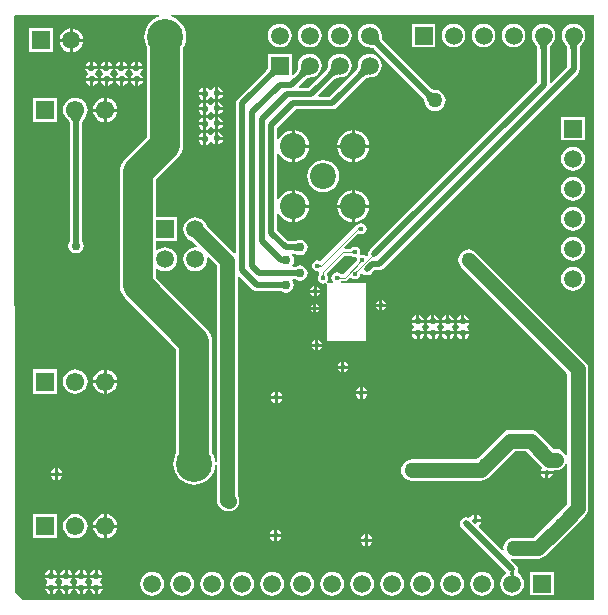
<source format=gbl>
G04*
G04 #@! TF.GenerationSoftware,Altium Limited,Altium Designer,18.0.11 (651)*
G04*
G04 Layer_Physical_Order=2*
G04 Layer_Color=16711680*
%FSLAX25Y25*%
%MOIN*%
G70*
G01*
G75*
%ADD13C,0.01000*%
%ADD49C,0.03000*%
%ADD56C,0.02000*%
%ADD57C,0.00300*%
%ADD58C,0.05000*%
%ADD59C,0.10000*%
%ADD60R,0.05906X0.05906*%
%ADD61C,0.05906*%
%ADD62C,0.08661*%
%ADD63R,0.05906X0.05906*%
%ADD64C,0.06102*%
%ADD65R,0.06102X0.06102*%
%ADD66C,0.01500*%
%ADD67C,0.02000*%
%ADD68C,0.02200*%
%ADD69C,0.05000*%
%ADD70C,0.00900*%
%ADD71C,0.12000*%
G36*
X91462Y-22390D02*
X91307Y-22276D01*
X91123Y-22220D01*
X90911D01*
X90671Y-22276D01*
X90402Y-22390D01*
X90105Y-22559D01*
X89780Y-22786D01*
X89426Y-23068D01*
X88634Y-23804D01*
X87220Y-22390D01*
X87616Y-21979D01*
X88238Y-21244D01*
X88464Y-20919D01*
X88634Y-20622D01*
X88747Y-20353D01*
X88804Y-20113D01*
Y-19901D01*
X88747Y-19717D01*
X88634Y-19561D01*
X91462Y-22390D01*
D02*
G37*
G36*
X121545Y-22401D02*
X121252Y-22409D01*
X120968Y-22435D01*
X120695Y-22483D01*
X120431Y-22550D01*
X120178Y-22637D01*
X119935Y-22744D01*
X119702Y-22871D01*
X119480Y-23019D01*
X119267Y-23186D01*
X119065Y-23373D01*
X117650Y-21959D01*
X117838Y-21757D01*
X118005Y-21544D01*
X118152Y-21321D01*
X118280Y-21089D01*
X118387Y-20845D01*
X118474Y-20592D01*
X118541Y-20329D01*
X118588Y-20056D01*
X118615Y-19772D01*
X118622Y-19478D01*
X121545Y-22401D01*
D02*
G37*
G36*
X111545D02*
X111252Y-22409D01*
X110968Y-22435D01*
X110695Y-22483D01*
X110431Y-22550D01*
X110178Y-22637D01*
X109935Y-22744D01*
X109702Y-22871D01*
X109480Y-23019D01*
X109267Y-23186D01*
X109065Y-23373D01*
X107650Y-21959D01*
X107838Y-21757D01*
X108005Y-21544D01*
X108152Y-21321D01*
X108280Y-21089D01*
X108387Y-20845D01*
X108474Y-20592D01*
X108541Y-20329D01*
X108588Y-20056D01*
X108615Y-19772D01*
X108622Y-19478D01*
X111545Y-22401D01*
D02*
G37*
G36*
X196340Y-2600D02*
Y-197730D01*
X5960D01*
X3320Y-195090D01*
X3190Y-2944D01*
X3544Y-2590D01*
X51480D01*
X51555Y-3090D01*
X50758Y-3332D01*
X49542Y-3982D01*
X48476Y-4856D01*
X47602Y-5922D01*
X46951Y-7138D01*
X46551Y-8458D01*
X46416Y-9830D01*
X46551Y-11202D01*
X46951Y-12522D01*
X47421Y-13400D01*
Y-43343D01*
X40047Y-50717D01*
X39297Y-51630D01*
X38740Y-52673D01*
X38397Y-53804D01*
X38281Y-54980D01*
Y-92690D01*
X38397Y-93866D01*
X38740Y-94997D01*
X39297Y-96039D01*
X40047Y-96953D01*
X57081Y-113987D01*
Y-148590D01*
X56612Y-149468D01*
X56211Y-150788D01*
X56076Y-152160D01*
X56211Y-153532D01*
X56612Y-154852D01*
X57262Y-156068D01*
X58136Y-157134D01*
X59202Y-158008D01*
X60418Y-158658D01*
X61738Y-159059D01*
X63110Y-159194D01*
X64482Y-159059D01*
X65802Y-158658D01*
X67018Y-158008D01*
X68084Y-157134D01*
X68958Y-156068D01*
X69608Y-154852D01*
X70009Y-153532D01*
X70090Y-152709D01*
X70590Y-152734D01*
Y-164140D01*
X70710Y-165054D01*
X71063Y-165905D01*
X71624Y-166636D01*
X72054Y-167066D01*
X72785Y-167627D01*
X73636Y-167980D01*
X74550Y-168100D01*
X75464Y-167980D01*
X76315Y-167627D01*
X77046Y-167066D01*
X77607Y-166335D01*
X77960Y-165484D01*
X78080Y-164570D01*
X77960Y-163656D01*
X77650Y-162909D01*
Y-138422D01*
X77720Y-137890D01*
Y-89927D01*
X78182Y-89736D01*
X82568Y-94122D01*
X83230Y-94564D01*
X84010Y-94719D01*
X84261Y-94669D01*
X92252D01*
X92725Y-94985D01*
X93700Y-95179D01*
X94675Y-94985D01*
X95502Y-94432D01*
X96055Y-93605D01*
X96249Y-92630D01*
X96055Y-91654D01*
X95651Y-91049D01*
X95917Y-90549D01*
X96747D01*
X97355Y-90955D01*
X98330Y-91149D01*
X99305Y-90955D01*
X100132Y-90402D01*
X100685Y-89575D01*
X100879Y-88600D01*
X100685Y-87625D01*
X100132Y-86798D01*
X99305Y-86245D01*
X98330Y-86051D01*
X97355Y-86245D01*
X97017Y-86471D01*
X96027D01*
X95777Y-85971D01*
X96195Y-85345D01*
X96389Y-84370D01*
X96195Y-83394D01*
X95697Y-82649D01*
X95848Y-82149D01*
X96912D01*
X97385Y-82465D01*
X98360Y-82659D01*
X99335Y-82465D01*
X100162Y-81912D01*
X100715Y-81085D01*
X100909Y-80110D01*
X100715Y-79135D01*
X100162Y-78308D01*
X99335Y-77755D01*
X98360Y-77561D01*
X97385Y-77755D01*
X96931Y-78058D01*
X96686Y-78071D01*
X94525D01*
X90819Y-74365D01*
Y-68900D01*
X91319Y-68801D01*
X91413Y-69028D01*
X92268Y-70142D01*
X93381Y-70996D01*
X94678Y-71533D01*
X95570Y-71651D01*
Y-66340D01*
Y-61029D01*
X94678Y-61146D01*
X93381Y-61683D01*
X92268Y-62538D01*
X91413Y-63651D01*
X91319Y-63879D01*
X90819Y-63779D01*
Y-48900D01*
X91319Y-48801D01*
X91413Y-49028D01*
X92268Y-50142D01*
X93381Y-50996D01*
X94678Y-51533D01*
X95570Y-51651D01*
Y-46340D01*
Y-41029D01*
X94678Y-41146D01*
X93381Y-41683D01*
X92268Y-42538D01*
X91413Y-43651D01*
X91319Y-43879D01*
X90819Y-43779D01*
Y-40115D01*
X96965Y-33969D01*
X109094D01*
X109874Y-33814D01*
X110536Y-33372D01*
X120004Y-23903D01*
X120077Y-23846D01*
X120229Y-23745D01*
X120386Y-23660D01*
X120551Y-23587D01*
X120724Y-23527D01*
X120907Y-23481D01*
X121103Y-23447D01*
X121312Y-23427D01*
X121478Y-23423D01*
X121575Y-23436D01*
X122607Y-23300D01*
X123568Y-22901D01*
X124394Y-22268D01*
X125028Y-21442D01*
X125426Y-20481D01*
X125562Y-19449D01*
X125426Y-18417D01*
X125028Y-17455D01*
X124394Y-16630D01*
X123568Y-15996D01*
X122607Y-15598D01*
X121575Y-15462D01*
X120543Y-15598D01*
X119581Y-15996D01*
X118756Y-16630D01*
X118122Y-17455D01*
X117724Y-18417D01*
X117588Y-19449D01*
X117601Y-19546D01*
X117597Y-19711D01*
X117577Y-19920D01*
X117543Y-20116D01*
X117496Y-20300D01*
X117437Y-20473D01*
X117364Y-20637D01*
X117278Y-20795D01*
X117178Y-20946D01*
X117121Y-21019D01*
X108249Y-29891D01*
X104670D01*
X104479Y-29429D01*
X110004Y-23903D01*
X110077Y-23846D01*
X110229Y-23745D01*
X110386Y-23660D01*
X110550Y-23587D01*
X110724Y-23527D01*
X110907Y-23481D01*
X111103Y-23447D01*
X111312Y-23427D01*
X111478Y-23423D01*
X111575Y-23436D01*
X112607Y-23300D01*
X113568Y-22901D01*
X114394Y-22268D01*
X115027Y-21442D01*
X115426Y-20481D01*
X115562Y-19449D01*
X115426Y-18417D01*
X115027Y-17455D01*
X114394Y-16630D01*
X113568Y-15996D01*
X112607Y-15598D01*
X111575Y-15462D01*
X110543Y-15598D01*
X109581Y-15996D01*
X108756Y-16630D01*
X108122Y-17455D01*
X107724Y-18417D01*
X107588Y-19449D01*
X107601Y-19546D01*
X107597Y-19711D01*
X107577Y-19920D01*
X107543Y-20116D01*
X107496Y-20300D01*
X107437Y-20473D01*
X107364Y-20637D01*
X107278Y-20795D01*
X107178Y-20946D01*
X107121Y-21019D01*
X101339Y-26801D01*
X98116D01*
X97925Y-26339D01*
X100266Y-23998D01*
X100334Y-23944D01*
X100491Y-23836D01*
X100656Y-23740D01*
X100831Y-23656D01*
X101015Y-23584D01*
X101211Y-23522D01*
X101419Y-23473D01*
X101640Y-23435D01*
X101905Y-23407D01*
X101987Y-23381D01*
X102607Y-23300D01*
X103568Y-22901D01*
X104394Y-22268D01*
X105027Y-21442D01*
X105426Y-20481D01*
X105562Y-19449D01*
X105426Y-18417D01*
X105027Y-17455D01*
X104394Y-16630D01*
X103568Y-15996D01*
X102607Y-15598D01*
X101575Y-15462D01*
X100543Y-15598D01*
X99581Y-15996D01*
X98756Y-16630D01*
X98122Y-17455D01*
X97724Y-18417D01*
X97588Y-19449D01*
X97625Y-19733D01*
X97618Y-19789D01*
X97632Y-20035D01*
X97627Y-20230D01*
X97608Y-20410D01*
X97574Y-20579D01*
X97527Y-20739D01*
X97465Y-20891D01*
X97388Y-21039D01*
X97295Y-21184D01*
X97237Y-21260D01*
X95990Y-22507D01*
X95527Y-22315D01*
Y-15496D01*
X87622D01*
Y-19523D01*
X87615Y-19561D01*
X87622Y-19599D01*
Y-20338D01*
X87602Y-20374D01*
X87429Y-20622D01*
X86940Y-21200D01*
X77608Y-30532D01*
X77166Y-31193D01*
X77011Y-31974D01*
Y-81841D01*
X76511Y-82048D01*
X67264Y-72801D01*
X66943Y-72027D01*
X66309Y-71201D01*
X65483Y-70567D01*
X64522Y-70169D01*
X63490Y-70033D01*
X62458Y-70169D01*
X61497Y-70567D01*
X60671Y-71201D01*
X60037Y-72027D01*
X59639Y-72988D01*
X59503Y-74020D01*
X59639Y-75052D01*
X60037Y-76013D01*
X60671Y-76839D01*
X61497Y-77473D01*
X62271Y-77794D01*
X64085Y-79607D01*
X63851Y-80081D01*
X63490Y-80033D01*
X62458Y-80169D01*
X61497Y-80567D01*
X60671Y-81201D01*
X60037Y-82027D01*
X59639Y-82988D01*
X59503Y-84020D01*
X59639Y-85052D01*
X60037Y-86013D01*
X60671Y-86839D01*
X61497Y-87473D01*
X62458Y-87871D01*
X63490Y-88007D01*
X64522Y-87871D01*
X65483Y-87473D01*
X66309Y-86839D01*
X66943Y-86013D01*
X67341Y-85052D01*
X67477Y-84020D01*
X67429Y-83659D01*
X67903Y-83425D01*
X70660Y-86182D01*
Y-137428D01*
X70590Y-137960D01*
Y-151586D01*
X70090Y-151611D01*
X70009Y-150788D01*
X69608Y-149468D01*
X69139Y-148590D01*
Y-111490D01*
X69023Y-110314D01*
X68680Y-109183D01*
X68123Y-108141D01*
X67373Y-107227D01*
X67373Y-107227D01*
X50339Y-90193D01*
Y-87188D01*
X50839Y-86968D01*
X51497Y-87473D01*
X52458Y-87871D01*
X53490Y-88007D01*
X54522Y-87871D01*
X55483Y-87473D01*
X56309Y-86839D01*
X56943Y-86013D01*
X57341Y-85052D01*
X57477Y-84020D01*
X57341Y-82988D01*
X56943Y-82027D01*
X56309Y-81201D01*
X55483Y-80567D01*
X54522Y-80169D01*
X53490Y-80033D01*
X52458Y-80169D01*
X51497Y-80567D01*
X50839Y-81072D01*
X50339Y-80852D01*
Y-77973D01*
X57443D01*
Y-70067D01*
X50339D01*
Y-57477D01*
X57713Y-50103D01*
X58463Y-49190D01*
X59020Y-48147D01*
X59363Y-47016D01*
X59479Y-45840D01*
Y-13400D01*
X59948Y-12522D01*
X60349Y-11202D01*
X60484Y-9830D01*
X60349Y-8458D01*
X59948Y-7138D01*
X59298Y-5922D01*
X58424Y-4856D01*
X57358Y-3982D01*
X56142Y-3332D01*
X55345Y-3090D01*
X55420Y-2590D01*
X196336D01*
X196340Y-2600D01*
D02*
G37*
G36*
X101797Y-22393D02*
X101501Y-22425D01*
X101215Y-22473D01*
X100940Y-22539D01*
X100675Y-22622D01*
X100422Y-22721D01*
X100179Y-22839D01*
X99947Y-22973D01*
X99726Y-23124D01*
X99516Y-23292D01*
X99316Y-23478D01*
X97773Y-22193D01*
X97962Y-21987D01*
X98128Y-21773D01*
X98272Y-21550D01*
X98392Y-21318D01*
X98490Y-21076D01*
X98565Y-20825D01*
X98617Y-20565D01*
X98646Y-20296D01*
X98652Y-20018D01*
X98636Y-19730D01*
X101797Y-22393D01*
D02*
G37*
G36*
X97289Y-81160D02*
X97271Y-81151D01*
X97235Y-81142D01*
X97183Y-81134D01*
X97028Y-81122D01*
X96513Y-81111D01*
X96342Y-81110D01*
Y-79110D01*
X97289Y-79060D01*
Y-81160D01*
D02*
G37*
G36*
X97198Y-89584D02*
X97177Y-89570D01*
X97139Y-89557D01*
X97084Y-89546D01*
X97013Y-89537D01*
X96821Y-89522D01*
X96238Y-89510D01*
X96399Y-87510D01*
X97324Y-87488D01*
X97198Y-89584D01*
D02*
G37*
G36*
X92629Y-93680D02*
X92611Y-93670D01*
X92575Y-93662D01*
X92523Y-93655D01*
X92368Y-93642D01*
X91853Y-93630D01*
X91682Y-93630D01*
Y-91630D01*
X92629Y-91580D01*
Y-93680D01*
D02*
G37*
%LPC*%
G36*
X22626Y-7103D02*
Y-10524D01*
X26047D01*
X25977Y-9992D01*
X25579Y-9030D01*
X24945Y-8204D01*
X24119Y-7571D01*
X23158Y-7173D01*
X22626Y-7103D01*
D02*
G37*
G36*
X21626D02*
X21094Y-7173D01*
X20133Y-7571D01*
X19307Y-8204D01*
X18673Y-9030D01*
X18275Y-9992D01*
X18205Y-10524D01*
X21626D01*
Y-7103D01*
D02*
G37*
G36*
X143480Y-5496D02*
X135575D01*
Y-13402D01*
X143480D01*
Y-5496D01*
D02*
G37*
G36*
X169528Y-5462D02*
X168496Y-5598D01*
X167534Y-5996D01*
X166708Y-6630D01*
X166075Y-7455D01*
X165676Y-8417D01*
X165541Y-9449D01*
X165676Y-10481D01*
X166075Y-11442D01*
X166708Y-12268D01*
X167534Y-12901D01*
X168496Y-13300D01*
X169528Y-13436D01*
X170559Y-13300D01*
X171521Y-12901D01*
X172347Y-12268D01*
X172980Y-11442D01*
X173379Y-10481D01*
X173514Y-9449D01*
X173379Y-8417D01*
X172980Y-7455D01*
X172347Y-6630D01*
X171521Y-5996D01*
X170559Y-5598D01*
X169528Y-5462D01*
D02*
G37*
G36*
X159528D02*
X158496Y-5598D01*
X157534Y-5996D01*
X156708Y-6630D01*
X156075Y-7455D01*
X155676Y-8417D01*
X155541Y-9449D01*
X155676Y-10481D01*
X156075Y-11442D01*
X156708Y-12268D01*
X157534Y-12901D01*
X158496Y-13300D01*
X159528Y-13436D01*
X160559Y-13300D01*
X161521Y-12901D01*
X162347Y-12268D01*
X162980Y-11442D01*
X163379Y-10481D01*
X163514Y-9449D01*
X163379Y-8417D01*
X162980Y-7455D01*
X162347Y-6630D01*
X161521Y-5996D01*
X160559Y-5598D01*
X159528Y-5462D01*
D02*
G37*
G36*
X149528D02*
X148496Y-5598D01*
X147534Y-5996D01*
X146708Y-6630D01*
X146075Y-7455D01*
X145677Y-8417D01*
X145541Y-9449D01*
X145677Y-10481D01*
X146075Y-11442D01*
X146708Y-12268D01*
X147534Y-12901D01*
X148496Y-13300D01*
X149528Y-13436D01*
X150559Y-13300D01*
X151521Y-12901D01*
X152347Y-12268D01*
X152980Y-11442D01*
X153379Y-10481D01*
X153514Y-9449D01*
X153379Y-8417D01*
X152980Y-7455D01*
X152347Y-6630D01*
X151521Y-5996D01*
X150559Y-5598D01*
X149528Y-5462D01*
D02*
G37*
G36*
X111575D02*
X110543Y-5598D01*
X109581Y-5996D01*
X108756Y-6630D01*
X108122Y-7455D01*
X107724Y-8417D01*
X107588Y-9449D01*
X107724Y-10481D01*
X108122Y-11442D01*
X108756Y-12268D01*
X109581Y-12901D01*
X110543Y-13300D01*
X111575Y-13436D01*
X112607Y-13300D01*
X113568Y-12901D01*
X114394Y-12268D01*
X115027Y-11442D01*
X115426Y-10481D01*
X115562Y-9449D01*
X115426Y-8417D01*
X115027Y-7455D01*
X114394Y-6630D01*
X113568Y-5996D01*
X112607Y-5598D01*
X111575Y-5462D01*
D02*
G37*
G36*
X101575D02*
X100543Y-5598D01*
X99581Y-5996D01*
X98756Y-6630D01*
X98122Y-7455D01*
X97724Y-8417D01*
X97588Y-9449D01*
X97724Y-10481D01*
X98122Y-11442D01*
X98756Y-12268D01*
X99581Y-12901D01*
X100543Y-13300D01*
X101575Y-13436D01*
X102607Y-13300D01*
X103568Y-12901D01*
X104394Y-12268D01*
X105027Y-11442D01*
X105426Y-10481D01*
X105562Y-9449D01*
X105426Y-8417D01*
X105027Y-7455D01*
X104394Y-6630D01*
X103568Y-5996D01*
X102607Y-5598D01*
X101575Y-5462D01*
D02*
G37*
G36*
X91575D02*
X90543Y-5598D01*
X89581Y-5996D01*
X88756Y-6630D01*
X88122Y-7455D01*
X87724Y-8417D01*
X87588Y-9449D01*
X87724Y-10481D01*
X88122Y-11442D01*
X88756Y-12268D01*
X89581Y-12901D01*
X90543Y-13300D01*
X91575Y-13436D01*
X92607Y-13300D01*
X93568Y-12901D01*
X94394Y-12268D01*
X95028Y-11442D01*
X95426Y-10481D01*
X95562Y-9449D01*
X95426Y-8417D01*
X95028Y-7455D01*
X94394Y-6630D01*
X93568Y-5996D01*
X92607Y-5598D01*
X91575Y-5462D01*
D02*
G37*
G36*
X26047Y-11524D02*
X22626D01*
Y-14945D01*
X23158Y-14875D01*
X24119Y-14476D01*
X24945Y-13843D01*
X25579Y-13017D01*
X25977Y-12055D01*
X26047Y-11524D01*
D02*
G37*
G36*
X21626D02*
X18205D01*
X18275Y-12055D01*
X18673Y-13017D01*
X19307Y-13843D01*
X20133Y-14476D01*
X21094Y-14875D01*
X21626Y-14945D01*
Y-11524D01*
D02*
G37*
G36*
X16079Y-7071D02*
X8173D01*
Y-14976D01*
X16079D01*
Y-7071D01*
D02*
G37*
G36*
X44340Y-18118D02*
Y-19660D01*
X45882D01*
X45818Y-19341D01*
X45354Y-18646D01*
X44659Y-18182D01*
X44340Y-18118D01*
D02*
G37*
G36*
X43340D02*
X43021Y-18182D01*
X42326Y-18646D01*
X41862Y-19341D01*
X41798Y-19660D01*
X43340D01*
Y-18118D01*
D02*
G37*
G36*
X39340D02*
Y-19660D01*
X40882D01*
X40818Y-19341D01*
X40354Y-18646D01*
X39659Y-18182D01*
X39340Y-18118D01*
D02*
G37*
G36*
X38340D02*
X38021Y-18182D01*
X37326Y-18646D01*
X36862Y-19341D01*
X36798Y-19660D01*
X38340D01*
Y-18118D01*
D02*
G37*
G36*
X34340D02*
Y-19660D01*
X35882D01*
X35818Y-19341D01*
X35354Y-18646D01*
X34659Y-18182D01*
X34340Y-18118D01*
D02*
G37*
G36*
X33340D02*
X33021Y-18182D01*
X32326Y-18646D01*
X31862Y-19341D01*
X31798Y-19660D01*
X33340D01*
Y-18118D01*
D02*
G37*
G36*
X29340D02*
Y-19660D01*
X30882D01*
X30818Y-19341D01*
X30354Y-18646D01*
X29659Y-18182D01*
X29340Y-18118D01*
D02*
G37*
G36*
X28340D02*
X28021Y-18182D01*
X27326Y-18646D01*
X26862Y-19341D01*
X26798Y-19660D01*
X28340D01*
Y-18118D01*
D02*
G37*
G36*
X45882Y-20660D02*
X41798D01*
X41862Y-20979D01*
X42326Y-21674D01*
X42611Y-21864D01*
Y-22466D01*
X42416Y-22596D01*
X41952Y-23291D01*
X41888Y-23610D01*
X45972D01*
X45908Y-23291D01*
X45444Y-22596D01*
X45159Y-22406D01*
Y-21804D01*
X45354Y-21674D01*
X45818Y-20979D01*
X45882Y-20660D01*
D02*
G37*
G36*
X40882D02*
X36798D01*
X36862Y-20979D01*
X37326Y-21674D01*
X37611Y-21864D01*
Y-22466D01*
X37416Y-22596D01*
X36952Y-23291D01*
X36888Y-23610D01*
X40972D01*
X40908Y-23291D01*
X40444Y-22596D01*
X40159Y-22406D01*
Y-21804D01*
X40354Y-21674D01*
X40818Y-20979D01*
X40882Y-20660D01*
D02*
G37*
G36*
X35882D02*
X31798D01*
X31862Y-20979D01*
X32326Y-21674D01*
X32611Y-21864D01*
Y-22466D01*
X32416Y-22596D01*
X31952Y-23291D01*
X31888Y-23610D01*
X35972D01*
X35908Y-23291D01*
X35444Y-22596D01*
X35159Y-22406D01*
Y-21804D01*
X35354Y-21674D01*
X35818Y-20979D01*
X35882Y-20660D01*
D02*
G37*
G36*
X30882D02*
X26798D01*
X26862Y-20979D01*
X27326Y-21674D01*
X27611Y-21864D01*
Y-22466D01*
X27416Y-22596D01*
X26952Y-23291D01*
X26888Y-23610D01*
X30972D01*
X30908Y-23291D01*
X30444Y-22596D01*
X30159Y-22406D01*
Y-21804D01*
X30354Y-21674D01*
X30818Y-20979D01*
X30882Y-20660D01*
D02*
G37*
G36*
X189528Y-5462D02*
X188496Y-5598D01*
X187534Y-5996D01*
X186708Y-6630D01*
X186075Y-7455D01*
X185677Y-8417D01*
X185541Y-9449D01*
X185677Y-10481D01*
X186075Y-11442D01*
X186708Y-12268D01*
X186786Y-12327D01*
X186900Y-12447D01*
X187034Y-12609D01*
X187149Y-12772D01*
X187245Y-12935D01*
X187326Y-13099D01*
X187391Y-13267D01*
X187441Y-13439D01*
X187477Y-13617D01*
X187488Y-13709D01*
Y-19888D01*
X182029Y-25348D01*
X181567Y-25156D01*
Y-13709D01*
X181578Y-13617D01*
X181614Y-13439D01*
X181665Y-13267D01*
X181729Y-13099D01*
X181810Y-12935D01*
X181906Y-12772D01*
X182021Y-12609D01*
X182155Y-12447D01*
X182269Y-12327D01*
X182347Y-12268D01*
X182980Y-11442D01*
X183379Y-10481D01*
X183514Y-9449D01*
X183379Y-8417D01*
X182980Y-7455D01*
X182347Y-6630D01*
X181521Y-5996D01*
X180559Y-5598D01*
X179528Y-5462D01*
X178496Y-5598D01*
X177534Y-5996D01*
X176708Y-6630D01*
X176075Y-7455D01*
X175677Y-8417D01*
X175541Y-9449D01*
X175677Y-10481D01*
X176075Y-11442D01*
X176708Y-12268D01*
X176786Y-12327D01*
X176900Y-12447D01*
X177034Y-12609D01*
X177149Y-12772D01*
X177245Y-12935D01*
X177326Y-13099D01*
X177391Y-13267D01*
X177441Y-13439D01*
X177477Y-13617D01*
X177488Y-13709D01*
Y-25038D01*
X121809Y-80717D01*
X121628Y-80838D01*
X121186Y-81500D01*
X121031Y-82280D01*
X121104Y-82648D01*
X120707Y-83044D01*
X120342Y-83008D01*
X119763Y-82622D01*
X119080Y-82486D01*
X118690Y-82563D01*
X118607Y-82514D01*
X118305Y-82130D01*
X118404Y-81630D01*
X118269Y-80947D01*
X117882Y-80368D01*
X117303Y-79981D01*
X116620Y-79846D01*
X115937Y-79981D01*
X115358Y-80368D01*
X115323Y-80422D01*
X115285Y-80458D01*
X113334D01*
X113143Y-79996D01*
X117833Y-75305D01*
X118077Y-75468D01*
X118760Y-75604D01*
X119443Y-75468D01*
X120022Y-75082D01*
X120408Y-74503D01*
X120544Y-73820D01*
X120408Y-73137D01*
X120022Y-72558D01*
X119443Y-72171D01*
X118760Y-72036D01*
X118077Y-72171D01*
X117498Y-72558D01*
X117405Y-72698D01*
X117211Y-72737D01*
X116831Y-72991D01*
X105129Y-84693D01*
X104843Y-84501D01*
X104160Y-84366D01*
X103477Y-84501D01*
X102898Y-84888D01*
X102512Y-85467D01*
X102376Y-86150D01*
X102512Y-86833D01*
X102898Y-87412D01*
X103477Y-87799D01*
X104160Y-87934D01*
X104392Y-87888D01*
X104817Y-88310D01*
Y-89044D01*
X104787Y-89079D01*
X104728Y-89118D01*
X104341Y-89697D01*
X104206Y-90380D01*
X104341Y-91063D01*
X104728Y-91642D01*
X105307Y-92028D01*
X105990Y-92164D01*
X106673Y-92028D01*
X106775Y-91961D01*
X107250Y-92244D01*
X107250Y-92394D01*
X107240Y-110802D01*
X107240Y-111090D01*
X107390Y-111240D01*
X107678Y-111240D01*
X120280D01*
Y-92051D01*
X120249Y-92020D01*
X112201D01*
X111968Y-91520D01*
X112135Y-91322D01*
X113200D01*
X113649Y-91233D01*
X114029Y-90979D01*
X114929Y-90080D01*
X115426Y-90129D01*
X115448Y-90162D01*
X116027Y-90548D01*
X116710Y-90684D01*
X117393Y-90548D01*
X117972Y-90162D01*
X118359Y-89583D01*
X118494Y-88900D01*
X118650Y-88756D01*
X119168Y-88672D01*
X119830Y-89114D01*
X120610Y-89269D01*
X120790D01*
X121570Y-89114D01*
X122232Y-88672D01*
X123165Y-87739D01*
X124560D01*
X125340Y-87584D01*
X126002Y-87142D01*
X190970Y-22174D01*
X190970Y-22174D01*
X191411Y-21513D01*
X191567Y-20732D01*
Y-13709D01*
X191578Y-13617D01*
X191614Y-13439D01*
X191665Y-13267D01*
X191729Y-13099D01*
X191810Y-12935D01*
X191906Y-12772D01*
X192021Y-12609D01*
X192155Y-12447D01*
X192269Y-12327D01*
X192347Y-12268D01*
X192980Y-11442D01*
X193379Y-10481D01*
X193514Y-9449D01*
X193379Y-8417D01*
X192980Y-7455D01*
X192347Y-6630D01*
X191521Y-5996D01*
X190559Y-5598D01*
X189528Y-5462D01*
D02*
G37*
G36*
X45972Y-24610D02*
X44430D01*
Y-26152D01*
X44749Y-26088D01*
X45444Y-25624D01*
X45908Y-24929D01*
X45972Y-24610D01*
D02*
G37*
G36*
X43430D02*
X41888D01*
X41952Y-24929D01*
X42416Y-25624D01*
X43111Y-26088D01*
X43430Y-26152D01*
Y-24610D01*
D02*
G37*
G36*
X40972D02*
X39430D01*
Y-26152D01*
X39749Y-26088D01*
X40444Y-25624D01*
X40908Y-24929D01*
X40972Y-24610D01*
D02*
G37*
G36*
X38430D02*
X36888D01*
X36952Y-24929D01*
X37416Y-25624D01*
X38111Y-26088D01*
X38430Y-26152D01*
Y-24610D01*
D02*
G37*
G36*
X35972D02*
X34430D01*
Y-26152D01*
X34749Y-26088D01*
X35444Y-25624D01*
X35908Y-24929D01*
X35972Y-24610D01*
D02*
G37*
G36*
X33430D02*
X31888D01*
X31952Y-24929D01*
X32416Y-25624D01*
X33111Y-26088D01*
X33430Y-26152D01*
Y-24610D01*
D02*
G37*
G36*
X30972D02*
X29430D01*
Y-26152D01*
X29749Y-26088D01*
X30444Y-25624D01*
X30908Y-24929D01*
X30972Y-24610D01*
D02*
G37*
G36*
X28430D02*
X26888D01*
X26952Y-24929D01*
X27416Y-25624D01*
X28111Y-26088D01*
X28430Y-26152D01*
Y-24610D01*
D02*
G37*
G36*
X70090Y-26668D02*
X69771Y-26732D01*
X69076Y-27196D01*
X68886Y-27481D01*
X68284D01*
X68154Y-27286D01*
X67459Y-26822D01*
X67140Y-26758D01*
Y-28800D01*
Y-30842D01*
X67459Y-30778D01*
X68154Y-30314D01*
X68344Y-30029D01*
X68946D01*
X69076Y-30224D01*
X69771Y-30688D01*
X70090Y-30752D01*
Y-28710D01*
Y-26668D01*
D02*
G37*
G36*
X71090D02*
Y-28210D01*
X72632D01*
X72568Y-27891D01*
X72104Y-27196D01*
X71409Y-26732D01*
X71090Y-26668D01*
D02*
G37*
G36*
X66140Y-26758D02*
X65821Y-26822D01*
X65126Y-27286D01*
X64662Y-27981D01*
X64598Y-28300D01*
X66140D01*
Y-26758D01*
D02*
G37*
G36*
X72632Y-29210D02*
X71090D01*
Y-30752D01*
X71409Y-30688D01*
X72104Y-30224D01*
X72568Y-29529D01*
X72632Y-29210D01*
D02*
G37*
G36*
X66140Y-29300D02*
X64598D01*
X64662Y-29619D01*
X65126Y-30314D01*
X65821Y-30778D01*
X66140Y-30842D01*
Y-29300D01*
D02*
G37*
G36*
X70090Y-31668D02*
X69771Y-31732D01*
X69076Y-32196D01*
X68886Y-32481D01*
X68284D01*
X68154Y-32286D01*
X67459Y-31822D01*
X67140Y-31758D01*
Y-33800D01*
Y-35842D01*
X67459Y-35778D01*
X68154Y-35314D01*
X68344Y-35029D01*
X68946D01*
X69076Y-35224D01*
X69771Y-35688D01*
X70090Y-35752D01*
Y-33710D01*
Y-31668D01*
D02*
G37*
G36*
X71090D02*
Y-33210D01*
X72632D01*
X72568Y-32891D01*
X72104Y-32196D01*
X71409Y-31732D01*
X71090Y-31668D01*
D02*
G37*
G36*
X66140Y-31758D02*
X65821Y-31822D01*
X65126Y-32286D01*
X64662Y-32981D01*
X64598Y-33300D01*
X66140D01*
Y-31758D01*
D02*
G37*
G36*
X33965Y-30270D02*
Y-33790D01*
X37485D01*
X37411Y-33232D01*
X37003Y-32247D01*
X36354Y-31401D01*
X35508Y-30751D01*
X34522Y-30343D01*
X33965Y-30270D01*
D02*
G37*
G36*
X32965D02*
X32407Y-30343D01*
X31422Y-30751D01*
X30575Y-31401D01*
X29926Y-32247D01*
X29518Y-33232D01*
X29444Y-33790D01*
X32965D01*
Y-30270D01*
D02*
G37*
G36*
X121575Y-5462D02*
X120543Y-5598D01*
X119581Y-5996D01*
X118756Y-6630D01*
X118122Y-7455D01*
X117724Y-8417D01*
X117588Y-9449D01*
X117724Y-10481D01*
X118122Y-11442D01*
X118756Y-12268D01*
X119581Y-12901D01*
X120543Y-13300D01*
X121575Y-13436D01*
X121672Y-13423D01*
X121837Y-13427D01*
X122046Y-13447D01*
X122242Y-13481D01*
X122426Y-13527D01*
X122599Y-13587D01*
X122763Y-13659D01*
X122921Y-13746D01*
X123073Y-13846D01*
X123145Y-13903D01*
X139416Y-30174D01*
X139430Y-30191D01*
X139525Y-30321D01*
X139605Y-30449D01*
X139671Y-30573D01*
X139723Y-30694D01*
X139763Y-30814D01*
X139793Y-30934D01*
X139811Y-31049D01*
X139810Y-31060D01*
X139816Y-31110D01*
X139825Y-31220D01*
X139837Y-31263D01*
X139930Y-31974D01*
X140283Y-32825D01*
X140844Y-33556D01*
X141575Y-34117D01*
X142426Y-34470D01*
X143340Y-34590D01*
X144254Y-34470D01*
X145105Y-34117D01*
X145836Y-33556D01*
X146397Y-32825D01*
X146750Y-31974D01*
X146870Y-31060D01*
X146750Y-30146D01*
X146397Y-29295D01*
X145836Y-28564D01*
X145105Y-28003D01*
X144254Y-27650D01*
X143340Y-27530D01*
X143212Y-27547D01*
X143198Y-27544D01*
X143038Y-27545D01*
X142928Y-27536D01*
X142821Y-27516D01*
X142712Y-27486D01*
X142602Y-27444D01*
X142487Y-27388D01*
X142368Y-27317D01*
X142243Y-27229D01*
X142218Y-27209D01*
X126029Y-11019D01*
X125972Y-10947D01*
X125872Y-10795D01*
X125786Y-10637D01*
X125713Y-10473D01*
X125653Y-10300D01*
X125607Y-10116D01*
X125573Y-9920D01*
X125553Y-9711D01*
X125549Y-9546D01*
X125562Y-9449D01*
X125426Y-8417D01*
X125028Y-7455D01*
X124394Y-6630D01*
X123568Y-5996D01*
X122607Y-5598D01*
X121575Y-5462D01*
D02*
G37*
G36*
X72632Y-34210D02*
X71090D01*
Y-35752D01*
X71409Y-35688D01*
X72104Y-35224D01*
X72568Y-34529D01*
X72632Y-34210D01*
D02*
G37*
G36*
X66140Y-34300D02*
X64598D01*
X64662Y-34619D01*
X65126Y-35314D01*
X65821Y-35778D01*
X66140Y-35842D01*
Y-34300D01*
D02*
G37*
G36*
X70090Y-36668D02*
X69771Y-36732D01*
X69076Y-37196D01*
X68886Y-37481D01*
X68284D01*
X68154Y-37286D01*
X67459Y-36822D01*
X67140Y-36758D01*
Y-38800D01*
Y-40842D01*
X67459Y-40778D01*
X68154Y-40314D01*
X68344Y-40029D01*
X68946D01*
X69076Y-40224D01*
X69771Y-40688D01*
X70090Y-40752D01*
Y-38710D01*
Y-36668D01*
D02*
G37*
G36*
X71090D02*
Y-38210D01*
X72632D01*
X72568Y-37891D01*
X72104Y-37196D01*
X71409Y-36732D01*
X71090Y-36668D01*
D02*
G37*
G36*
X66140Y-36758D02*
X65821Y-36822D01*
X65126Y-37286D01*
X64662Y-37981D01*
X64598Y-38300D01*
X66140D01*
Y-36758D01*
D02*
G37*
G36*
X37485Y-34790D02*
X33965D01*
Y-38310D01*
X34522Y-38237D01*
X35508Y-37829D01*
X36354Y-37179D01*
X37003Y-36333D01*
X37411Y-35348D01*
X37485Y-34790D01*
D02*
G37*
G36*
X32965D02*
X29444D01*
X29518Y-35348D01*
X29926Y-36333D01*
X30575Y-37179D01*
X31422Y-37829D01*
X32407Y-38237D01*
X32965Y-38310D01*
Y-34790D01*
D02*
G37*
G36*
X17516Y-30239D02*
X9413D01*
Y-38341D01*
X17516D01*
Y-30239D01*
D02*
G37*
G36*
X72632Y-39210D02*
X71090D01*
Y-40752D01*
X71409Y-40688D01*
X72104Y-40224D01*
X72568Y-39529D01*
X72632Y-39210D01*
D02*
G37*
G36*
X66140Y-39300D02*
X64598D01*
X64662Y-39619D01*
X65126Y-40314D01*
X65821Y-40778D01*
X66140Y-40842D01*
Y-39300D01*
D02*
G37*
G36*
X70090Y-41668D02*
X69771Y-41732D01*
X69076Y-42196D01*
X68886Y-42481D01*
X68284D01*
X68154Y-42286D01*
X67459Y-41822D01*
X67140Y-41758D01*
Y-43800D01*
Y-45842D01*
X67459Y-45778D01*
X68154Y-45314D01*
X68344Y-45029D01*
X68946D01*
X69076Y-45224D01*
X69771Y-45688D01*
X70090Y-45752D01*
Y-43710D01*
Y-41668D01*
D02*
G37*
G36*
X71090D02*
Y-43210D01*
X72632D01*
X72568Y-42891D01*
X72104Y-42196D01*
X71409Y-41732D01*
X71090Y-41668D01*
D02*
G37*
G36*
X66140Y-41758D02*
X65821Y-41822D01*
X65126Y-42286D01*
X64662Y-42981D01*
X64598Y-43300D01*
X66140D01*
Y-41758D01*
D02*
G37*
G36*
X193323Y-36520D02*
X185417D01*
Y-44425D01*
X193323D01*
Y-36520D01*
D02*
G37*
G36*
X72632Y-44210D02*
X71090D01*
Y-45752D01*
X71409Y-45688D01*
X72104Y-45224D01*
X72568Y-44529D01*
X72632Y-44210D01*
D02*
G37*
G36*
X116570Y-41029D02*
Y-45840D01*
X121381D01*
X121263Y-44948D01*
X120726Y-43651D01*
X119872Y-42538D01*
X118758Y-41683D01*
X117461Y-41146D01*
X116570Y-41029D01*
D02*
G37*
G36*
X96570D02*
Y-45840D01*
X101381D01*
X101263Y-44948D01*
X100726Y-43651D01*
X99872Y-42538D01*
X98758Y-41683D01*
X97461Y-41146D01*
X96570Y-41029D01*
D02*
G37*
G36*
X115570D02*
X114678Y-41146D01*
X113381Y-41683D01*
X112268Y-42538D01*
X111413Y-43651D01*
X110876Y-44948D01*
X110759Y-45840D01*
X115570D01*
Y-41029D01*
D02*
G37*
G36*
X66140Y-44300D02*
X64598D01*
X64662Y-44619D01*
X65126Y-45314D01*
X65821Y-45778D01*
X66140Y-45842D01*
Y-44300D01*
D02*
G37*
G36*
X121381Y-46840D02*
X116570D01*
Y-51651D01*
X117461Y-51533D01*
X118758Y-50996D01*
X119872Y-50142D01*
X120726Y-49028D01*
X121263Y-47731D01*
X121381Y-46840D01*
D02*
G37*
G36*
X101381D02*
X96570D01*
Y-51651D01*
X97461Y-51533D01*
X98758Y-50996D01*
X99872Y-50142D01*
X100726Y-49028D01*
X101263Y-47731D01*
X101381Y-46840D01*
D02*
G37*
G36*
X115570D02*
X110759D01*
X110876Y-47731D01*
X111413Y-49028D01*
X112268Y-50142D01*
X113381Y-50996D01*
X114678Y-51533D01*
X115570Y-51651D01*
Y-46840D01*
D02*
G37*
G36*
X189370Y-46486D02*
X188338Y-46621D01*
X187377Y-47020D01*
X186551Y-47653D01*
X185917Y-48479D01*
X185519Y-49441D01*
X185383Y-50472D01*
X185519Y-51504D01*
X185917Y-52466D01*
X186551Y-53292D01*
X187377Y-53925D01*
X188338Y-54324D01*
X189370Y-54459D01*
X190402Y-54324D01*
X191364Y-53925D01*
X192189Y-53292D01*
X192823Y-52466D01*
X193221Y-51504D01*
X193357Y-50472D01*
X193221Y-49441D01*
X192823Y-48479D01*
X192189Y-47653D01*
X191364Y-47020D01*
X190402Y-46621D01*
X189370Y-46486D01*
D02*
G37*
G36*
X106070Y-50963D02*
X104678Y-51147D01*
X103382Y-51684D01*
X102268Y-52538D01*
X101414Y-53652D01*
X100876Y-54948D01*
X100693Y-56340D01*
X100876Y-57732D01*
X101414Y-59028D01*
X102268Y-60142D01*
X103382Y-60996D01*
X104678Y-61533D01*
X106070Y-61717D01*
X107462Y-61533D01*
X108758Y-60996D01*
X109872Y-60142D01*
X110726Y-59028D01*
X111264Y-57732D01*
X111447Y-56340D01*
X111264Y-54948D01*
X110726Y-53652D01*
X109872Y-52538D01*
X108758Y-51684D01*
X107462Y-51147D01*
X106070Y-50963D01*
D02*
G37*
G36*
X189370Y-56486D02*
X188338Y-56621D01*
X187377Y-57020D01*
X186551Y-57653D01*
X185917Y-58479D01*
X185519Y-59441D01*
X185383Y-60472D01*
X185519Y-61504D01*
X185917Y-62466D01*
X186551Y-63292D01*
X187377Y-63925D01*
X188338Y-64324D01*
X189370Y-64459D01*
X190402Y-64324D01*
X191364Y-63925D01*
X192189Y-63292D01*
X192823Y-62466D01*
X193221Y-61504D01*
X193357Y-60472D01*
X193221Y-59441D01*
X192823Y-58479D01*
X192189Y-57653D01*
X191364Y-57020D01*
X190402Y-56621D01*
X189370Y-56486D01*
D02*
G37*
G36*
X96570Y-61029D02*
Y-65840D01*
X101381D01*
X101263Y-64948D01*
X100726Y-63651D01*
X99872Y-62538D01*
X98758Y-61683D01*
X97461Y-61146D01*
X96570Y-61029D01*
D02*
G37*
G36*
X116570D02*
Y-65840D01*
X121381D01*
X121263Y-64948D01*
X120726Y-63651D01*
X119872Y-62538D01*
X118758Y-61683D01*
X117461Y-61146D01*
X116570Y-61029D01*
D02*
G37*
G36*
X115570D02*
X114678Y-61146D01*
X113381Y-61683D01*
X112268Y-62538D01*
X111413Y-63651D01*
X110876Y-64948D01*
X110759Y-65840D01*
X115570D01*
Y-61029D01*
D02*
G37*
G36*
X121381Y-66840D02*
X116570D01*
Y-71651D01*
X117461Y-71533D01*
X118758Y-70996D01*
X119872Y-70142D01*
X120726Y-69028D01*
X121263Y-67731D01*
X121381Y-66840D01*
D02*
G37*
G36*
X101381D02*
X96570D01*
Y-71651D01*
X97461Y-71533D01*
X98758Y-70996D01*
X99872Y-70142D01*
X100726Y-69028D01*
X101263Y-67731D01*
X101381Y-66840D01*
D02*
G37*
G36*
X115570D02*
X110759D01*
X110876Y-67731D01*
X111413Y-69028D01*
X112268Y-70142D01*
X113381Y-70996D01*
X114678Y-71533D01*
X115570Y-71651D01*
Y-66840D01*
D02*
G37*
G36*
X189370Y-66486D02*
X188338Y-66621D01*
X187377Y-67020D01*
X186551Y-67653D01*
X185917Y-68479D01*
X185519Y-69441D01*
X185383Y-70472D01*
X185519Y-71504D01*
X185917Y-72466D01*
X186551Y-73292D01*
X187377Y-73925D01*
X188338Y-74323D01*
X189370Y-74459D01*
X190402Y-74323D01*
X191364Y-73925D01*
X192189Y-73292D01*
X192823Y-72466D01*
X193221Y-71504D01*
X193357Y-70472D01*
X193221Y-69441D01*
X192823Y-68479D01*
X192189Y-67653D01*
X191364Y-67020D01*
X190402Y-66621D01*
X189370Y-66486D01*
D02*
G37*
G36*
X23465Y-30204D02*
X22407Y-30343D01*
X21421Y-30751D01*
X20575Y-31401D01*
X19926Y-32247D01*
X19518Y-33232D01*
X19378Y-34290D01*
X19518Y-35348D01*
X19926Y-36333D01*
X20575Y-37179D01*
X20824Y-37370D01*
X20861Y-37418D01*
X21060Y-37594D01*
X21207Y-37746D01*
X21333Y-37898D01*
X21438Y-38051D01*
X21524Y-38207D01*
X21594Y-38366D01*
X21648Y-38530D01*
X21687Y-38704D01*
X21701Y-38809D01*
Y-78042D01*
X21385Y-78514D01*
X21191Y-79490D01*
X21385Y-80465D01*
X21938Y-81292D01*
X22764Y-81845D01*
X23740Y-82039D01*
X24715Y-81845D01*
X25542Y-81292D01*
X26095Y-80465D01*
X26289Y-79490D01*
X26095Y-78514D01*
X25792Y-78061D01*
X25779Y-77816D01*
Y-38595D01*
X25790Y-38497D01*
X25828Y-38303D01*
X25881Y-38111D01*
X25950Y-37918D01*
X26035Y-37724D01*
X26139Y-37528D01*
X26261Y-37330D01*
X26403Y-37130D01*
X26583Y-36906D01*
X26625Y-36827D01*
X27003Y-36333D01*
X27411Y-35348D01*
X27551Y-34290D01*
X27411Y-33232D01*
X27003Y-32247D01*
X26354Y-31401D01*
X25508Y-30751D01*
X24522Y-30343D01*
X23465Y-30204D01*
D02*
G37*
G36*
X189370Y-76486D02*
X188338Y-76621D01*
X187377Y-77020D01*
X186551Y-77653D01*
X185917Y-78479D01*
X185519Y-79441D01*
X185383Y-80472D01*
X185519Y-81504D01*
X185917Y-82466D01*
X186551Y-83292D01*
X187377Y-83925D01*
X188338Y-84324D01*
X189370Y-84459D01*
X190402Y-84324D01*
X191364Y-83925D01*
X192189Y-83292D01*
X192823Y-82466D01*
X193221Y-81504D01*
X193357Y-80472D01*
X193221Y-79441D01*
X192823Y-78479D01*
X192189Y-77653D01*
X191364Y-77020D01*
X190402Y-76621D01*
X189370Y-76486D01*
D02*
G37*
G36*
X103980Y-93035D02*
Y-94220D01*
X105165D01*
X105129Y-94037D01*
X104742Y-93458D01*
X104163Y-93072D01*
X103980Y-93035D01*
D02*
G37*
G36*
X102980D02*
X102797Y-93072D01*
X102218Y-93458D01*
X101831Y-94037D01*
X101795Y-94220D01*
X102980D01*
Y-93035D01*
D02*
G37*
G36*
X189370Y-86486D02*
X188338Y-86621D01*
X187377Y-87020D01*
X186551Y-87653D01*
X185917Y-88479D01*
X185519Y-89441D01*
X185383Y-90472D01*
X185519Y-91504D01*
X185917Y-92466D01*
X186551Y-93292D01*
X187377Y-93925D01*
X188338Y-94323D01*
X189370Y-94459D01*
X190402Y-94323D01*
X191364Y-93925D01*
X192189Y-93292D01*
X192823Y-92466D01*
X193221Y-91504D01*
X193357Y-90472D01*
X193221Y-89441D01*
X192823Y-88479D01*
X192189Y-87653D01*
X191364Y-87020D01*
X190402Y-86621D01*
X189370Y-86486D01*
D02*
G37*
G36*
X105165Y-95220D02*
X103980D01*
Y-96405D01*
X104163Y-96368D01*
X104742Y-95982D01*
X105129Y-95403D01*
X105165Y-95220D01*
D02*
G37*
G36*
X102980D02*
X101795D01*
X101831Y-95403D01*
X102218Y-95982D01*
X102797Y-96368D01*
X102980Y-96405D01*
Y-95220D01*
D02*
G37*
G36*
X125750Y-97725D02*
Y-98910D01*
X126935D01*
X126899Y-98727D01*
X126512Y-98148D01*
X125933Y-97761D01*
X125750Y-97725D01*
D02*
G37*
G36*
X124750D02*
X124567Y-97761D01*
X123988Y-98148D01*
X123601Y-98727D01*
X123565Y-98910D01*
X124750D01*
Y-97725D01*
D02*
G37*
G36*
X103800Y-98911D02*
Y-99790D01*
X104679D01*
X104666Y-99724D01*
X104345Y-99245D01*
X103866Y-98924D01*
X103800Y-98911D01*
D02*
G37*
G36*
X102800D02*
X102734Y-98924D01*
X102255Y-99245D01*
X101934Y-99724D01*
X101921Y-99790D01*
X102800D01*
Y-98911D01*
D02*
G37*
G36*
X126935Y-99910D02*
X125750D01*
Y-101095D01*
X125933Y-101058D01*
X126512Y-100672D01*
X126899Y-100093D01*
X126935Y-99910D01*
D02*
G37*
G36*
X124750D02*
X123565D01*
X123601Y-100093D01*
X123988Y-100672D01*
X124567Y-101058D01*
X124750Y-101095D01*
Y-99910D01*
D02*
G37*
G36*
X104679Y-100790D02*
X103800D01*
Y-101669D01*
X103866Y-101656D01*
X104345Y-101335D01*
X104666Y-100856D01*
X104679Y-100790D01*
D02*
G37*
G36*
X102800D02*
X101921D01*
X101934Y-100856D01*
X102255Y-101335D01*
X102734Y-101656D01*
X102800Y-101669D01*
Y-100790D01*
D02*
G37*
G36*
X153110Y-102618D02*
Y-104160D01*
X154652D01*
X154588Y-103841D01*
X154124Y-103146D01*
X153429Y-102682D01*
X153110Y-102618D01*
D02*
G37*
G36*
X152110D02*
X151791Y-102682D01*
X151096Y-103146D01*
X150632Y-103841D01*
X150568Y-104160D01*
X152110D01*
Y-102618D01*
D02*
G37*
G36*
X148110D02*
Y-104160D01*
X149652D01*
X149588Y-103841D01*
X149124Y-103146D01*
X148429Y-102682D01*
X148110Y-102618D01*
D02*
G37*
G36*
X147110D02*
X146791Y-102682D01*
X146096Y-103146D01*
X145632Y-103841D01*
X145568Y-104160D01*
X147110D01*
Y-102618D01*
D02*
G37*
G36*
X143110D02*
Y-104160D01*
X144652D01*
X144588Y-103841D01*
X144124Y-103146D01*
X143429Y-102682D01*
X143110Y-102618D01*
D02*
G37*
G36*
X142110D02*
X141791Y-102682D01*
X141096Y-103146D01*
X140632Y-103841D01*
X140568Y-104160D01*
X142110D01*
Y-102618D01*
D02*
G37*
G36*
X138110D02*
Y-104160D01*
X139652D01*
X139588Y-103841D01*
X139124Y-103146D01*
X138429Y-102682D01*
X138110Y-102618D01*
D02*
G37*
G36*
X137110D02*
X136791Y-102682D01*
X136096Y-103146D01*
X135632Y-103841D01*
X135568Y-104160D01*
X137110D01*
Y-102618D01*
D02*
G37*
G36*
X154652Y-105160D02*
X150568D01*
X150632Y-105479D01*
X151096Y-106174D01*
X151381Y-106364D01*
Y-106966D01*
X151186Y-107096D01*
X150722Y-107791D01*
X150658Y-108110D01*
X154742D01*
X154678Y-107791D01*
X154214Y-107096D01*
X153929Y-106906D01*
Y-106304D01*
X154124Y-106174D01*
X154588Y-105479D01*
X154652Y-105160D01*
D02*
G37*
G36*
X149652D02*
X145568D01*
X145632Y-105479D01*
X146096Y-106174D01*
X146381Y-106364D01*
Y-106966D01*
X146186Y-107096D01*
X145722Y-107791D01*
X145658Y-108110D01*
X149742D01*
X149678Y-107791D01*
X149214Y-107096D01*
X148929Y-106906D01*
Y-106304D01*
X149124Y-106174D01*
X149588Y-105479D01*
X149652Y-105160D01*
D02*
G37*
G36*
X144652D02*
X140568D01*
X140632Y-105479D01*
X141096Y-106174D01*
X141381Y-106364D01*
Y-106966D01*
X141186Y-107096D01*
X140722Y-107791D01*
X140658Y-108110D01*
X144742D01*
X144678Y-107791D01*
X144214Y-107096D01*
X143929Y-106906D01*
Y-106304D01*
X144124Y-106174D01*
X144588Y-105479D01*
X144652Y-105160D01*
D02*
G37*
G36*
X139652D02*
X135568D01*
X135632Y-105479D01*
X136096Y-106174D01*
X136381Y-106364D01*
Y-106966D01*
X136186Y-107096D01*
X135722Y-107791D01*
X135658Y-108110D01*
X139742D01*
X139678Y-107791D01*
X139214Y-107096D01*
X138929Y-106906D01*
Y-106304D01*
X139124Y-106174D01*
X139588Y-105479D01*
X139652Y-105160D01*
D02*
G37*
G36*
X154742Y-109110D02*
X153200D01*
Y-110652D01*
X153519Y-110588D01*
X154214Y-110124D01*
X154678Y-109429D01*
X154742Y-109110D01*
D02*
G37*
G36*
X152200D02*
X150658D01*
X150722Y-109429D01*
X151186Y-110124D01*
X151881Y-110588D01*
X152200Y-110652D01*
Y-109110D01*
D02*
G37*
G36*
X149742D02*
X148200D01*
Y-110652D01*
X148519Y-110588D01*
X149214Y-110124D01*
X149678Y-109429D01*
X149742Y-109110D01*
D02*
G37*
G36*
X147200D02*
X145658D01*
X145722Y-109429D01*
X146186Y-110124D01*
X146881Y-110588D01*
X147200Y-110652D01*
Y-109110D01*
D02*
G37*
G36*
X144742D02*
X143200D01*
Y-110652D01*
X143519Y-110588D01*
X144214Y-110124D01*
X144678Y-109429D01*
X144742Y-109110D01*
D02*
G37*
G36*
X142200D02*
X140658D01*
X140722Y-109429D01*
X141186Y-110124D01*
X141881Y-110588D01*
X142200Y-110652D01*
Y-109110D01*
D02*
G37*
G36*
X139742D02*
X138200D01*
Y-110652D01*
X138519Y-110588D01*
X139214Y-110124D01*
X139678Y-109429D01*
X139742Y-109110D01*
D02*
G37*
G36*
X137200D02*
X135658D01*
X135722Y-109429D01*
X136186Y-110124D01*
X136881Y-110588D01*
X137200Y-110652D01*
Y-109110D01*
D02*
G37*
G36*
X104420Y-111005D02*
Y-112190D01*
X105605D01*
X105569Y-112007D01*
X105182Y-111428D01*
X104603Y-111041D01*
X104420Y-111005D01*
D02*
G37*
G36*
X103420D02*
X103237Y-111041D01*
X102658Y-111428D01*
X102271Y-112007D01*
X102235Y-112190D01*
X103420D01*
Y-111005D01*
D02*
G37*
G36*
X105605Y-113190D02*
X104420D01*
Y-114375D01*
X104603Y-114339D01*
X105182Y-113952D01*
X105569Y-113373D01*
X105605Y-113190D01*
D02*
G37*
G36*
X103420D02*
X102235D01*
X102271Y-113373D01*
X102658Y-113952D01*
X103237Y-114339D01*
X103420Y-114375D01*
Y-113190D01*
D02*
G37*
G36*
X113130Y-118295D02*
Y-119480D01*
X114315D01*
X114278Y-119297D01*
X113892Y-118718D01*
X113313Y-118332D01*
X113130Y-118295D01*
D02*
G37*
G36*
X112130D02*
X111947Y-118332D01*
X111368Y-118718D01*
X110982Y-119297D01*
X110945Y-119480D01*
X112130D01*
Y-118295D01*
D02*
G37*
G36*
X114315Y-120480D02*
X113130D01*
Y-121665D01*
X113313Y-121628D01*
X113892Y-121242D01*
X114278Y-120663D01*
X114315Y-120480D01*
D02*
G37*
G36*
X112130D02*
X110945D01*
X110982Y-120663D01*
X111368Y-121242D01*
X111947Y-121628D01*
X112130Y-121665D01*
Y-120480D01*
D02*
G37*
G36*
X33965Y-120783D02*
Y-124303D01*
X37485D01*
X37411Y-123746D01*
X37003Y-122760D01*
X36354Y-121914D01*
X35508Y-121265D01*
X34522Y-120856D01*
X33965Y-120783D01*
D02*
G37*
G36*
X32965D02*
X32407Y-120856D01*
X31422Y-121265D01*
X30575Y-121914D01*
X29926Y-122760D01*
X29518Y-123746D01*
X29444Y-124303D01*
X32965D01*
Y-120783D01*
D02*
G37*
G36*
X119350Y-126650D02*
Y-128090D01*
X120790D01*
X120734Y-127810D01*
X120292Y-127148D01*
X119630Y-126706D01*
X119350Y-126650D01*
D02*
G37*
G36*
X118350D02*
X118070Y-126706D01*
X117408Y-127148D01*
X116966Y-127810D01*
X116910Y-128090D01*
X118350D01*
Y-126650D01*
D02*
G37*
G36*
X37485Y-125303D02*
X33965D01*
Y-128823D01*
X34522Y-128750D01*
X35508Y-128342D01*
X36354Y-127692D01*
X37003Y-126846D01*
X37411Y-125861D01*
X37485Y-125303D01*
D02*
G37*
G36*
X32965D02*
X29444D01*
X29518Y-125861D01*
X29926Y-126846D01*
X30575Y-127692D01*
X31422Y-128342D01*
X32407Y-128750D01*
X32965Y-128823D01*
Y-125303D01*
D02*
G37*
G36*
X17516Y-120752D02*
X9413D01*
Y-128854D01*
X17516D01*
Y-120752D01*
D02*
G37*
G36*
X23465Y-120717D02*
X22407Y-120856D01*
X21421Y-121265D01*
X20575Y-121914D01*
X19926Y-122760D01*
X19518Y-123746D01*
X19378Y-124803D01*
X19518Y-125861D01*
X19926Y-126846D01*
X20575Y-127692D01*
X21421Y-128342D01*
X22407Y-128750D01*
X23465Y-128889D01*
X24522Y-128750D01*
X25508Y-128342D01*
X26354Y-127692D01*
X27003Y-126846D01*
X27411Y-125861D01*
X27551Y-124803D01*
X27411Y-123746D01*
X27003Y-122760D01*
X26354Y-121914D01*
X25508Y-121265D01*
X24522Y-120856D01*
X23465Y-120717D01*
D02*
G37*
G36*
X91020Y-128100D02*
Y-129540D01*
X92460D01*
X92404Y-129260D01*
X91962Y-128598D01*
X91300Y-128156D01*
X91020Y-128100D01*
D02*
G37*
G36*
X90020D02*
X89740Y-128156D01*
X89078Y-128598D01*
X88636Y-129260D01*
X88580Y-129540D01*
X90020D01*
Y-128100D01*
D02*
G37*
G36*
X120790Y-129090D02*
X119350D01*
Y-130530D01*
X119630Y-130474D01*
X120292Y-130032D01*
X120734Y-129370D01*
X120790Y-129090D01*
D02*
G37*
G36*
X118350D02*
X116910D01*
X116966Y-129370D01*
X117408Y-130032D01*
X118070Y-130474D01*
X118350Y-130530D01*
Y-129090D01*
D02*
G37*
G36*
X92460Y-130540D02*
X91020D01*
Y-131980D01*
X91300Y-131924D01*
X91962Y-131482D01*
X92404Y-130820D01*
X92460Y-130540D01*
D02*
G37*
G36*
X90020D02*
X88580D01*
X88636Y-130820D01*
X89078Y-131482D01*
X89740Y-131924D01*
X90020Y-131980D01*
Y-130540D01*
D02*
G37*
G36*
X154610Y-80750D02*
X153696Y-80870D01*
X152845Y-81223D01*
X152114Y-81784D01*
X151553Y-82515D01*
X151200Y-83366D01*
X151080Y-84280D01*
X151200Y-85194D01*
X151553Y-86045D01*
X152114Y-86776D01*
X187460Y-122122D01*
Y-149477D01*
X186960Y-149576D01*
X186727Y-149015D01*
X186166Y-148284D01*
X185435Y-147723D01*
X184584Y-147370D01*
X183670Y-147250D01*
X182952D01*
X177696Y-141994D01*
X176965Y-141433D01*
X176114Y-141080D01*
X175200Y-140960D01*
X168410D01*
X167496Y-141080D01*
X166645Y-141433D01*
X165914Y-141994D01*
X157784Y-150124D01*
X157148Y-150760D01*
X135600D01*
X134686Y-150880D01*
X133835Y-151233D01*
X133104Y-151794D01*
X132543Y-152525D01*
X132190Y-153376D01*
X132070Y-154290D01*
X132190Y-155204D01*
X132543Y-156055D01*
X133104Y-156786D01*
X133835Y-157347D01*
X134686Y-157700D01*
X135600Y-157820D01*
X158610D01*
X159524Y-157700D01*
X160375Y-157347D01*
X161106Y-156786D01*
X162776Y-155116D01*
X169872Y-148020D01*
X173738D01*
X178958Y-153240D01*
X179158Y-153708D01*
X178716Y-154370D01*
X178660Y-154650D01*
X182703D01*
X182982Y-154310D01*
X183670D01*
X184584Y-154190D01*
X185435Y-153837D01*
X186166Y-153276D01*
X186727Y-152545D01*
X186960Y-151984D01*
X187460Y-152083D01*
Y-165528D01*
X183034Y-169954D01*
X176208Y-176780D01*
X169670D01*
X168756Y-176900D01*
X167905Y-177253D01*
X167174Y-177814D01*
X166613Y-178545D01*
X166260Y-179396D01*
X166140Y-180310D01*
X166229Y-180988D01*
X165755Y-181222D01*
X157949Y-173416D01*
X158013Y-172772D01*
X158282Y-172592D01*
X158724Y-171930D01*
X158780Y-171650D01*
X156840D01*
Y-171150D01*
X156340D01*
Y-169210D01*
X156060Y-169266D01*
X155398Y-169708D01*
X155175Y-170042D01*
X154520Y-170206D01*
X153740Y-170051D01*
X152960Y-170206D01*
X152298Y-170648D01*
X151856Y-171310D01*
X151701Y-172090D01*
X151856Y-172871D01*
X152298Y-173532D01*
X166982Y-188216D01*
X166875Y-188816D01*
X166236Y-189307D01*
X165602Y-190132D01*
X165204Y-191094D01*
X165068Y-192126D01*
X165204Y-193158D01*
X165602Y-194119D01*
X166236Y-194945D01*
X167062Y-195579D01*
X168023Y-195977D01*
X169055Y-196113D01*
X170087Y-195977D01*
X171049Y-195579D01*
X171874Y-194945D01*
X172508Y-194119D01*
X172906Y-193158D01*
X173042Y-192126D01*
X172906Y-191094D01*
X172508Y-190132D01*
X171874Y-189307D01*
X171049Y-188673D01*
X170913Y-188225D01*
X170939Y-188186D01*
X171094Y-187405D01*
X170939Y-186625D01*
X170497Y-185963D01*
X168758Y-184224D01*
X168992Y-183751D01*
X169670Y-183840D01*
X177670D01*
X178584Y-183720D01*
X179435Y-183367D01*
X180166Y-182806D01*
X188026Y-174946D01*
X193486Y-169486D01*
X194047Y-168755D01*
X194400Y-167904D01*
X194520Y-166990D01*
X194520Y-166990D01*
Y-120660D01*
X194400Y-119746D01*
X194047Y-118895D01*
X193486Y-118164D01*
X157106Y-81784D01*
X156375Y-81223D01*
X155524Y-80870D01*
X154610Y-80750D01*
D02*
G37*
G36*
X17700Y-153720D02*
Y-155160D01*
X19140D01*
X19084Y-154880D01*
X18642Y-154218D01*
X17980Y-153776D01*
X17700Y-153720D01*
D02*
G37*
G36*
X16700D02*
X16420Y-153776D01*
X15758Y-154218D01*
X15316Y-154880D01*
X15260Y-155160D01*
X16700D01*
Y-153720D01*
D02*
G37*
G36*
X182540Y-155650D02*
X181100D01*
Y-157090D01*
X181380Y-157034D01*
X182042Y-156592D01*
X182484Y-155930D01*
X182540Y-155650D01*
D02*
G37*
G36*
X180100D02*
X178660D01*
X178716Y-155930D01*
X179158Y-156592D01*
X179820Y-157034D01*
X180100Y-157090D01*
Y-155650D01*
D02*
G37*
G36*
X19140Y-156160D02*
X17700D01*
Y-157600D01*
X17980Y-157544D01*
X18642Y-157102D01*
X19084Y-156440D01*
X19140Y-156160D01*
D02*
G37*
G36*
X16700D02*
X15260D01*
X15316Y-156440D01*
X15758Y-157102D01*
X16420Y-157544D01*
X16700Y-157600D01*
Y-156160D01*
D02*
G37*
G36*
X157340Y-169210D02*
Y-170650D01*
X158780D01*
X158724Y-170370D01*
X158282Y-169708D01*
X157620Y-169266D01*
X157340Y-169210D01*
D02*
G37*
G36*
X33965Y-168980D02*
Y-172500D01*
X37485D01*
X37411Y-171942D01*
X37003Y-170957D01*
X36354Y-170111D01*
X35508Y-169461D01*
X34522Y-169053D01*
X33965Y-168980D01*
D02*
G37*
G36*
X32965D02*
X32407Y-169053D01*
X31422Y-169461D01*
X30575Y-170111D01*
X29926Y-170957D01*
X29518Y-171942D01*
X29444Y-172500D01*
X32965D01*
Y-168980D01*
D02*
G37*
G36*
X90700Y-174170D02*
Y-175610D01*
X92140D01*
X92084Y-175330D01*
X91642Y-174668D01*
X90980Y-174226D01*
X90700Y-174170D01*
D02*
G37*
G36*
X89700D02*
X89420Y-174226D01*
X88758Y-174668D01*
X88316Y-175330D01*
X88260Y-175610D01*
X89700D01*
Y-174170D01*
D02*
G37*
G36*
X37485Y-173500D02*
X33965D01*
Y-177020D01*
X34522Y-176947D01*
X35508Y-176539D01*
X36354Y-175889D01*
X37003Y-175043D01*
X37411Y-174058D01*
X37485Y-173500D01*
D02*
G37*
G36*
X32965D02*
X29444D01*
X29518Y-174058D01*
X29926Y-175043D01*
X30575Y-175889D01*
X31422Y-176539D01*
X32407Y-176947D01*
X32965Y-177020D01*
Y-173500D01*
D02*
G37*
G36*
X17516Y-168949D02*
X9413D01*
Y-177051D01*
X17516D01*
Y-168949D01*
D02*
G37*
G36*
X23465Y-168914D02*
X22407Y-169053D01*
X21421Y-169461D01*
X20575Y-170111D01*
X19926Y-170957D01*
X19518Y-171942D01*
X19378Y-173000D01*
X19518Y-174058D01*
X19926Y-175043D01*
X20575Y-175889D01*
X21421Y-176539D01*
X22407Y-176947D01*
X23465Y-177086D01*
X24522Y-176947D01*
X25508Y-176539D01*
X26354Y-175889D01*
X27003Y-175043D01*
X27411Y-174058D01*
X27551Y-173000D01*
X27411Y-171942D01*
X27003Y-170957D01*
X26354Y-170111D01*
X25508Y-169461D01*
X24522Y-169053D01*
X23465Y-168914D01*
D02*
G37*
G36*
X120960Y-175690D02*
Y-177130D01*
X122400D01*
X122344Y-176850D01*
X121902Y-176188D01*
X121240Y-175746D01*
X120960Y-175690D01*
D02*
G37*
G36*
X119960D02*
X119680Y-175746D01*
X119018Y-176188D01*
X118576Y-176850D01*
X118520Y-177130D01*
X119960D01*
Y-175690D01*
D02*
G37*
G36*
X92140Y-176610D02*
X90700D01*
Y-178050D01*
X90980Y-177994D01*
X91642Y-177552D01*
X92084Y-176890D01*
X92140Y-176610D01*
D02*
G37*
G36*
X89700D02*
X88260D01*
X88316Y-176890D01*
X88758Y-177552D01*
X89420Y-177994D01*
X89700Y-178050D01*
Y-176610D01*
D02*
G37*
G36*
X122400Y-178130D02*
X120960D01*
Y-179570D01*
X121240Y-179514D01*
X121902Y-179072D01*
X122344Y-178410D01*
X122400Y-178130D01*
D02*
G37*
G36*
X119960D02*
X118520D01*
X118576Y-178410D01*
X119018Y-179072D01*
X119680Y-179514D01*
X119960Y-179570D01*
Y-178130D01*
D02*
G37*
G36*
X30920Y-187578D02*
Y-189120D01*
X32462D01*
X32398Y-188801D01*
X31934Y-188106D01*
X31239Y-187642D01*
X30920Y-187578D01*
D02*
G37*
G36*
X29920D02*
X29601Y-187642D01*
X28906Y-188106D01*
X28442Y-188801D01*
X28378Y-189120D01*
X29920D01*
Y-187578D01*
D02*
G37*
G36*
X25920D02*
Y-189120D01*
X27462D01*
X27398Y-188801D01*
X26934Y-188106D01*
X26239Y-187642D01*
X25920Y-187578D01*
D02*
G37*
G36*
X24920D02*
X24601Y-187642D01*
X23906Y-188106D01*
X23442Y-188801D01*
X23378Y-189120D01*
X24920D01*
Y-187578D01*
D02*
G37*
G36*
X20920D02*
Y-189120D01*
X22462D01*
X22398Y-188801D01*
X21934Y-188106D01*
X21239Y-187642D01*
X20920Y-187578D01*
D02*
G37*
G36*
X19920D02*
X19601Y-187642D01*
X18906Y-188106D01*
X18442Y-188801D01*
X18378Y-189120D01*
X19920D01*
Y-187578D01*
D02*
G37*
G36*
X15920D02*
Y-189120D01*
X17462D01*
X17398Y-188801D01*
X16934Y-188106D01*
X16239Y-187642D01*
X15920Y-187578D01*
D02*
G37*
G36*
X14920D02*
X14601Y-187642D01*
X13906Y-188106D01*
X13442Y-188801D01*
X13378Y-189120D01*
X14920D01*
Y-187578D01*
D02*
G37*
G36*
X32462Y-190120D02*
X28378D01*
X28442Y-190439D01*
X28906Y-191134D01*
X29191Y-191324D01*
Y-191926D01*
X28996Y-192056D01*
X28532Y-192751D01*
X28468Y-193070D01*
X32552D01*
X32488Y-192751D01*
X32024Y-192056D01*
X31739Y-191866D01*
Y-191264D01*
X31934Y-191134D01*
X32398Y-190439D01*
X32462Y-190120D01*
D02*
G37*
G36*
X27462D02*
X23378D01*
X23442Y-190439D01*
X23906Y-191134D01*
X24191Y-191324D01*
Y-191926D01*
X23996Y-192056D01*
X23532Y-192751D01*
X23468Y-193070D01*
X27552D01*
X27488Y-192751D01*
X27024Y-192056D01*
X26739Y-191866D01*
Y-191264D01*
X26934Y-191134D01*
X27398Y-190439D01*
X27462Y-190120D01*
D02*
G37*
G36*
X22462D02*
X18378D01*
X18442Y-190439D01*
X18906Y-191134D01*
X19191Y-191324D01*
Y-191926D01*
X18996Y-192056D01*
X18532Y-192751D01*
X18468Y-193070D01*
X22552D01*
X22488Y-192751D01*
X22024Y-192056D01*
X21739Y-191866D01*
Y-191264D01*
X21934Y-191134D01*
X22398Y-190439D01*
X22462Y-190120D01*
D02*
G37*
G36*
X17462D02*
X13378D01*
X13442Y-190439D01*
X13906Y-191134D01*
X14191Y-191324D01*
Y-191926D01*
X13996Y-192056D01*
X13532Y-192751D01*
X13468Y-193070D01*
X17552D01*
X17488Y-192751D01*
X17024Y-192056D01*
X16739Y-191866D01*
Y-191264D01*
X16934Y-191134D01*
X17398Y-190439D01*
X17462Y-190120D01*
D02*
G37*
G36*
X32552Y-194070D02*
X31010D01*
Y-195612D01*
X31329Y-195548D01*
X32024Y-195084D01*
X32488Y-194389D01*
X32552Y-194070D01*
D02*
G37*
G36*
X30010D02*
X28468D01*
X28532Y-194389D01*
X28996Y-195084D01*
X29691Y-195548D01*
X30010Y-195612D01*
Y-194070D01*
D02*
G37*
G36*
X27552D02*
X26010D01*
Y-195612D01*
X26329Y-195548D01*
X27024Y-195084D01*
X27488Y-194389D01*
X27552Y-194070D01*
D02*
G37*
G36*
X25010D02*
X23468D01*
X23532Y-194389D01*
X23996Y-195084D01*
X24691Y-195548D01*
X25010Y-195612D01*
Y-194070D01*
D02*
G37*
G36*
X22552D02*
X21010D01*
Y-195612D01*
X21329Y-195548D01*
X22024Y-195084D01*
X22488Y-194389D01*
X22552Y-194070D01*
D02*
G37*
G36*
X20010D02*
X18468D01*
X18532Y-194389D01*
X18996Y-195084D01*
X19691Y-195548D01*
X20010Y-195612D01*
Y-194070D01*
D02*
G37*
G36*
X17552D02*
X16010D01*
Y-195612D01*
X16329Y-195548D01*
X17024Y-195084D01*
X17488Y-194389D01*
X17552Y-194070D01*
D02*
G37*
G36*
X15010D02*
X13468D01*
X13532Y-194389D01*
X13996Y-195084D01*
X14691Y-195548D01*
X15010Y-195612D01*
Y-194070D01*
D02*
G37*
G36*
X183008Y-188173D02*
X175102D01*
Y-196079D01*
X183008D01*
Y-188173D01*
D02*
G37*
G36*
X159055Y-188139D02*
X158023Y-188275D01*
X157062Y-188673D01*
X156236Y-189307D01*
X155602Y-190132D01*
X155204Y-191094D01*
X155068Y-192126D01*
X155204Y-193158D01*
X155602Y-194119D01*
X156236Y-194945D01*
X157062Y-195579D01*
X158023Y-195977D01*
X159055Y-196113D01*
X160087Y-195977D01*
X161049Y-195579D01*
X161874Y-194945D01*
X162508Y-194119D01*
X162906Y-193158D01*
X163042Y-192126D01*
X162906Y-191094D01*
X162508Y-190132D01*
X161874Y-189307D01*
X161049Y-188673D01*
X160087Y-188275D01*
X159055Y-188139D01*
D02*
G37*
G36*
X149055D02*
X148023Y-188275D01*
X147062Y-188673D01*
X146236Y-189307D01*
X145602Y-190132D01*
X145204Y-191094D01*
X145068Y-192126D01*
X145204Y-193158D01*
X145602Y-194119D01*
X146236Y-194945D01*
X147062Y-195579D01*
X148023Y-195977D01*
X149055Y-196113D01*
X150087Y-195977D01*
X151049Y-195579D01*
X151874Y-194945D01*
X152508Y-194119D01*
X152906Y-193158D01*
X153042Y-192126D01*
X152906Y-191094D01*
X152508Y-190132D01*
X151874Y-189307D01*
X151049Y-188673D01*
X150087Y-188275D01*
X149055Y-188139D01*
D02*
G37*
G36*
X139055D02*
X138023Y-188275D01*
X137062Y-188673D01*
X136236Y-189307D01*
X135602Y-190132D01*
X135204Y-191094D01*
X135068Y-192126D01*
X135204Y-193158D01*
X135602Y-194119D01*
X136236Y-194945D01*
X137062Y-195579D01*
X138023Y-195977D01*
X139055Y-196113D01*
X140087Y-195977D01*
X141049Y-195579D01*
X141874Y-194945D01*
X142508Y-194119D01*
X142906Y-193158D01*
X143042Y-192126D01*
X142906Y-191094D01*
X142508Y-190132D01*
X141874Y-189307D01*
X141049Y-188673D01*
X140087Y-188275D01*
X139055Y-188139D01*
D02*
G37*
G36*
X129055D02*
X128023Y-188275D01*
X127062Y-188673D01*
X126236Y-189307D01*
X125602Y-190132D01*
X125204Y-191094D01*
X125068Y-192126D01*
X125204Y-193158D01*
X125602Y-194119D01*
X126236Y-194945D01*
X127062Y-195579D01*
X128023Y-195977D01*
X129055Y-196113D01*
X130087Y-195977D01*
X131049Y-195579D01*
X131874Y-194945D01*
X132508Y-194119D01*
X132906Y-193158D01*
X133042Y-192126D01*
X132906Y-191094D01*
X132508Y-190132D01*
X131874Y-189307D01*
X131049Y-188673D01*
X130087Y-188275D01*
X129055Y-188139D01*
D02*
G37*
G36*
X119055D02*
X118023Y-188275D01*
X117062Y-188673D01*
X116236Y-189307D01*
X115602Y-190132D01*
X115204Y-191094D01*
X115068Y-192126D01*
X115204Y-193158D01*
X115602Y-194119D01*
X116236Y-194945D01*
X117062Y-195579D01*
X118023Y-195977D01*
X119055Y-196113D01*
X120087Y-195977D01*
X121049Y-195579D01*
X121874Y-194945D01*
X122508Y-194119D01*
X122906Y-193158D01*
X123042Y-192126D01*
X122906Y-191094D01*
X122508Y-190132D01*
X121874Y-189307D01*
X121049Y-188673D01*
X120087Y-188275D01*
X119055Y-188139D01*
D02*
G37*
G36*
X109055D02*
X108023Y-188275D01*
X107062Y-188673D01*
X106236Y-189307D01*
X105602Y-190132D01*
X105204Y-191094D01*
X105068Y-192126D01*
X105204Y-193158D01*
X105602Y-194119D01*
X106236Y-194945D01*
X107062Y-195579D01*
X108023Y-195977D01*
X109055Y-196113D01*
X110087Y-195977D01*
X111049Y-195579D01*
X111874Y-194945D01*
X112508Y-194119D01*
X112906Y-193158D01*
X113042Y-192126D01*
X112906Y-191094D01*
X112508Y-190132D01*
X111874Y-189307D01*
X111049Y-188673D01*
X110087Y-188275D01*
X109055Y-188139D01*
D02*
G37*
G36*
X99055D02*
X98023Y-188275D01*
X97062Y-188673D01*
X96236Y-189307D01*
X95602Y-190132D01*
X95204Y-191094D01*
X95068Y-192126D01*
X95204Y-193158D01*
X95602Y-194119D01*
X96236Y-194945D01*
X97062Y-195579D01*
X98023Y-195977D01*
X99055Y-196113D01*
X100087Y-195977D01*
X101049Y-195579D01*
X101874Y-194945D01*
X102508Y-194119D01*
X102906Y-193158D01*
X103042Y-192126D01*
X102906Y-191094D01*
X102508Y-190132D01*
X101874Y-189307D01*
X101049Y-188673D01*
X100087Y-188275D01*
X99055Y-188139D01*
D02*
G37*
G36*
X89055D02*
X88023Y-188275D01*
X87062Y-188673D01*
X86236Y-189307D01*
X85602Y-190132D01*
X85204Y-191094D01*
X85068Y-192126D01*
X85204Y-193158D01*
X85602Y-194119D01*
X86236Y-194945D01*
X87062Y-195579D01*
X88023Y-195977D01*
X89055Y-196113D01*
X90087Y-195977D01*
X91049Y-195579D01*
X91874Y-194945D01*
X92508Y-194119D01*
X92906Y-193158D01*
X93042Y-192126D01*
X92906Y-191094D01*
X92508Y-190132D01*
X91874Y-189307D01*
X91049Y-188673D01*
X90087Y-188275D01*
X89055Y-188139D01*
D02*
G37*
G36*
X79055D02*
X78023Y-188275D01*
X77062Y-188673D01*
X76236Y-189307D01*
X75602Y-190132D01*
X75204Y-191094D01*
X75068Y-192126D01*
X75204Y-193158D01*
X75602Y-194119D01*
X76236Y-194945D01*
X77062Y-195579D01*
X78023Y-195977D01*
X79055Y-196113D01*
X80087Y-195977D01*
X81049Y-195579D01*
X81874Y-194945D01*
X82508Y-194119D01*
X82906Y-193158D01*
X83042Y-192126D01*
X82906Y-191094D01*
X82508Y-190132D01*
X81874Y-189307D01*
X81049Y-188673D01*
X80087Y-188275D01*
X79055Y-188139D01*
D02*
G37*
G36*
X69055D02*
X68023Y-188275D01*
X67062Y-188673D01*
X66236Y-189307D01*
X65602Y-190132D01*
X65204Y-191094D01*
X65068Y-192126D01*
X65204Y-193158D01*
X65602Y-194119D01*
X66236Y-194945D01*
X67062Y-195579D01*
X68023Y-195977D01*
X69055Y-196113D01*
X70087Y-195977D01*
X71049Y-195579D01*
X71874Y-194945D01*
X72508Y-194119D01*
X72906Y-193158D01*
X73042Y-192126D01*
X72906Y-191094D01*
X72508Y-190132D01*
X71874Y-189307D01*
X71049Y-188673D01*
X70087Y-188275D01*
X69055Y-188139D01*
D02*
G37*
G36*
X59055D02*
X58023Y-188275D01*
X57062Y-188673D01*
X56236Y-189307D01*
X55602Y-190132D01*
X55204Y-191094D01*
X55068Y-192126D01*
X55204Y-193158D01*
X55602Y-194119D01*
X56236Y-194945D01*
X57062Y-195579D01*
X58023Y-195977D01*
X59055Y-196113D01*
X60087Y-195977D01*
X61049Y-195579D01*
X61874Y-194945D01*
X62508Y-194119D01*
X62906Y-193158D01*
X63042Y-192126D01*
X62906Y-191094D01*
X62508Y-190132D01*
X61874Y-189307D01*
X61049Y-188673D01*
X60087Y-188275D01*
X59055Y-188139D01*
D02*
G37*
G36*
X49055D02*
X48023Y-188275D01*
X47062Y-188673D01*
X46236Y-189307D01*
X45602Y-190132D01*
X45204Y-191094D01*
X45068Y-192126D01*
X45204Y-193158D01*
X45602Y-194119D01*
X46236Y-194945D01*
X47062Y-195579D01*
X48023Y-195977D01*
X49055Y-196113D01*
X50087Y-195977D01*
X51049Y-195579D01*
X51874Y-194945D01*
X52508Y-194119D01*
X52906Y-193158D01*
X53042Y-192126D01*
X52906Y-191094D01*
X52508Y-190132D01*
X51874Y-189307D01*
X51049Y-188673D01*
X50087Y-188275D01*
X49055Y-188139D01*
D02*
G37*
%LPD*%
G36*
X191392Y-11770D02*
X191210Y-11990D01*
X191050Y-12217D01*
X190912Y-12450D01*
X190794Y-12691D01*
X190698Y-12938D01*
X190624Y-13193D01*
X190570Y-13455D01*
X190538Y-13723D01*
X190528Y-13999D01*
X188528D01*
X188517Y-13723D01*
X188485Y-13455D01*
X188432Y-13193D01*
X188357Y-12938D01*
X188261Y-12691D01*
X188144Y-12450D01*
X188005Y-12217D01*
X187845Y-11990D01*
X187663Y-11770D01*
X187461Y-11558D01*
X191595D01*
X191392Y-11770D01*
D02*
G37*
G36*
X181392D02*
X181210Y-11990D01*
X181050Y-12217D01*
X180912Y-12450D01*
X180794Y-12691D01*
X180698Y-12938D01*
X180624Y-13193D01*
X180570Y-13455D01*
X180538Y-13723D01*
X180528Y-13999D01*
X178528D01*
X178517Y-13723D01*
X178485Y-13455D01*
X178431Y-13193D01*
X178357Y-12938D01*
X178261Y-12691D01*
X178144Y-12450D01*
X178005Y-12217D01*
X177845Y-11990D01*
X177663Y-11770D01*
X177461Y-11558D01*
X181595D01*
X181392Y-11770D01*
D02*
G37*
G36*
X118131Y-74228D02*
X118096Y-74179D01*
X118058Y-74135D01*
X118018Y-74097D01*
X117975Y-74063D01*
X117929Y-74035D01*
X117881Y-74011D01*
X117830Y-73993D01*
X117776Y-73980D01*
X117719Y-73973D01*
X117660Y-73970D01*
Y-73670D01*
X117719Y-73667D01*
X117776Y-73660D01*
X117830Y-73647D01*
X117881Y-73629D01*
X117929Y-73605D01*
X117975Y-73577D01*
X118018Y-73543D01*
X118058Y-73505D01*
X118096Y-73461D01*
X118131Y-73412D01*
Y-74228D01*
D02*
G37*
G36*
X116084Y-82155D02*
X116012Y-82084D01*
X115872Y-81964D01*
X115804Y-81915D01*
X115738Y-81874D01*
X115674Y-81840D01*
X115612Y-81814D01*
X115551Y-81795D01*
X115492Y-81784D01*
X115435Y-81780D01*
Y-81480D01*
X115492Y-81476D01*
X115551Y-81465D01*
X115612Y-81446D01*
X115674Y-81420D01*
X115738Y-81386D01*
X115804Y-81345D01*
X115872Y-81296D01*
X115941Y-81240D01*
X116084Y-81105D01*
Y-82155D01*
D02*
G37*
G36*
X119072Y-85020D02*
X118971Y-85021D01*
X118787Y-85035D01*
X118705Y-85049D01*
X118629Y-85066D01*
X118560Y-85087D01*
X118497Y-85113D01*
X118441Y-85142D01*
X118391Y-85176D01*
X118348Y-85214D01*
X118136Y-85002D01*
X118174Y-84959D01*
X118208Y-84909D01*
X118237Y-84853D01*
X118263Y-84790D01*
X118284Y-84721D01*
X118301Y-84645D01*
X118315Y-84563D01*
X118324Y-84474D01*
X118330Y-84277D01*
X119072Y-85020D01*
D02*
G37*
G36*
X104787Y-85725D02*
X104846Y-85782D01*
X104905Y-85833D01*
X104965Y-85878D01*
X105025Y-85915D01*
X105085Y-85946D01*
X105146Y-85969D01*
X105207Y-85986D01*
X105268Y-85997D01*
X105330Y-86000D01*
Y-86300D01*
X105268Y-86303D01*
X105207Y-86314D01*
X105146Y-86331D01*
X105085Y-86354D01*
X105025Y-86385D01*
X104965Y-86422D01*
X104905Y-86467D01*
X104846Y-86518D01*
X104787Y-86575D01*
X104728Y-86640D01*
Y-85660D01*
X104787Y-85725D01*
D02*
G37*
G36*
X117565Y-88058D02*
X117525Y-88103D01*
X117491Y-88155D01*
X117463Y-88211D01*
X117442Y-88272D01*
X117427Y-88339D01*
X117418Y-88411D01*
X117415Y-88488D01*
X117419Y-88571D01*
X117429Y-88658D01*
X117445Y-88751D01*
X116576Y-88162D01*
X116684Y-88141D01*
X116963Y-88069D01*
X117041Y-88042D01*
X117172Y-87985D01*
X117226Y-87953D01*
X117272Y-87921D01*
X117311Y-87887D01*
X117565Y-88058D01*
D02*
G37*
G36*
X115319Y-82833D02*
X115358Y-82892D01*
X115937Y-83279D01*
X116620Y-83414D01*
X117010Y-83337D01*
X117093Y-83386D01*
X117395Y-83770D01*
X117296Y-84270D01*
X117308Y-84333D01*
X117307Y-84385D01*
X112714Y-88977D01*
X111936D01*
X111901Y-88947D01*
X111862Y-88888D01*
X111283Y-88502D01*
X110600Y-88366D01*
X109917Y-88502D01*
X109338Y-88888D01*
X108951Y-89467D01*
X108816Y-90150D01*
X108951Y-90833D01*
X109338Y-91412D01*
X109500Y-91520D01*
X109349Y-92020D01*
X107659D01*
X107554Y-92020D01*
X107485Y-91933D01*
X107423Y-91765D01*
X107333Y-91520D01*
X107639Y-91063D01*
X107774Y-90380D01*
X107639Y-89697D01*
X107252Y-89118D01*
X107322Y-88636D01*
X113156Y-82802D01*
X115284D01*
X115319Y-82833D01*
D02*
G37*
G36*
X106144Y-89252D02*
X106155Y-89311D01*
X106174Y-89372D01*
X106200Y-89434D01*
X106234Y-89498D01*
X106275Y-89564D01*
X106324Y-89632D01*
X106380Y-89701D01*
X106515Y-89844D01*
X105465D01*
X105536Y-89772D01*
X105656Y-89632D01*
X105705Y-89564D01*
X105746Y-89498D01*
X105780Y-89434D01*
X105806Y-89372D01*
X105825Y-89311D01*
X105836Y-89252D01*
X105840Y-89195D01*
X106140D01*
X106144Y-89252D01*
D02*
G37*
G36*
X111208Y-89696D02*
X111348Y-89816D01*
X111416Y-89865D01*
X111482Y-89906D01*
X111546Y-89940D01*
X111608Y-89966D01*
X111669Y-89985D01*
X111728Y-89996D01*
X111785Y-90000D01*
Y-90300D01*
X111728Y-90304D01*
X111669Y-90315D01*
X111608Y-90334D01*
X111546Y-90360D01*
X111482Y-90394D01*
X111416Y-90435D01*
X111348Y-90484D01*
X111279Y-90540D01*
X111136Y-90675D01*
Y-89625D01*
X111208Y-89696D01*
D02*
G37*
G36*
X124534Y-9772D02*
X124562Y-10056D01*
X124609Y-10329D01*
X124676Y-10592D01*
X124763Y-10846D01*
X124870Y-11089D01*
X124997Y-11321D01*
X125145Y-11544D01*
X125312Y-11757D01*
X125499Y-11959D01*
X124085Y-13373D01*
X123883Y-13186D01*
X123670Y-13019D01*
X123447Y-12871D01*
X123214Y-12744D01*
X122971Y-12637D01*
X122718Y-12550D01*
X122455Y-12483D01*
X122182Y-12436D01*
X121898Y-12409D01*
X121604Y-12401D01*
X124527Y-9478D01*
X124534Y-9772D01*
D02*
G37*
G36*
X141440Y-27888D02*
X141624Y-28040D01*
X141812Y-28173D01*
X142002Y-28286D01*
X142196Y-28380D01*
X142392Y-28455D01*
X142591Y-28511D01*
X142793Y-28548D01*
X142998Y-28565D01*
X143206Y-28564D01*
X140841Y-31144D01*
X140826Y-30936D01*
X140793Y-30730D01*
X140743Y-30528D01*
X140676Y-30329D01*
X140591Y-30133D01*
X140489Y-29940D01*
X140371Y-29750D01*
X140235Y-29563D01*
X140081Y-29380D01*
X139911Y-29199D01*
X141258Y-27718D01*
X141440Y-27888D01*
D02*
G37*
G36*
X25589Y-36515D02*
X25411Y-36767D01*
X25254Y-37021D01*
X25117Y-37279D01*
X25002Y-37540D01*
X24908Y-37804D01*
X24834Y-38071D01*
X24782Y-38342D01*
X24750Y-38616D01*
X24740Y-38892D01*
X22740Y-39085D01*
X22728Y-38800D01*
X22692Y-38524D01*
X22632Y-38258D01*
X22547Y-38001D01*
X22438Y-37753D01*
X22306Y-37515D01*
X22149Y-37286D01*
X21968Y-37065D01*
X21763Y-36854D01*
X21534Y-36653D01*
X25788Y-36267D01*
X25589Y-36515D01*
D02*
G37*
G36*
X24790Y-78419D02*
X22690D01*
X22700Y-78400D01*
X22708Y-78365D01*
X22715Y-78313D01*
X22727Y-78158D01*
X22739Y-77643D01*
X22740Y-77472D01*
X24740D01*
X24790Y-78419D01*
D02*
G37*
G36*
X169723Y-188171D02*
X169688Y-188265D01*
X169657Y-188393D01*
X169630Y-188557D01*
X169588Y-188989D01*
X169557Y-189898D01*
X169555Y-190271D01*
X168555D01*
X168553Y-189898D01*
X168453Y-188393D01*
X168422Y-188265D01*
X168387Y-188171D01*
X168348Y-188112D01*
X169763D01*
X169723Y-188171D01*
D02*
G37*
D13*
X169055Y-192126D02*
Y-187405D01*
D49*
X93700Y-92630D02*
D03*
X93840Y-84370D02*
D03*
X98360Y-80110D02*
D03*
X98330Y-88600D02*
D03*
X23740Y-79490D02*
D03*
D56*
X120610Y-87230D02*
X120790D01*
X122320Y-85700D01*
X23740Y-79490D02*
Y-34565D01*
X23465Y-34290D02*
X23740Y-34565D01*
X84080Y-92630D02*
X93700D01*
X84070Y-92620D02*
X84080Y-92630D01*
X84010Y-92680D02*
X84070Y-92620D01*
X79050Y-87720D02*
X84010Y-92680D01*
X92060Y-84370D02*
X93840D01*
X85630Y-77940D02*
X92060Y-84370D01*
X189528Y-20732D02*
Y-9449D01*
X124560Y-85700D02*
X189528Y-20732D01*
X122320Y-85700D02*
X124560D01*
X123130Y-82280D02*
X179528Y-25882D01*
X123070Y-82280D02*
X123130D01*
X179528Y-25882D02*
Y-9449D01*
X109094Y-31930D02*
X121575Y-19449D01*
X96120Y-31930D02*
X109094D01*
X88780Y-39270D02*
X96120Y-31930D01*
X88780Y-75210D02*
Y-39270D01*
Y-75210D02*
X93680Y-80110D01*
X98360D01*
X102184Y-28840D02*
X111575Y-19449D01*
X93870Y-28840D02*
X102184D01*
X93870Y-28900D02*
Y-28840D01*
X85630Y-37140D02*
X93870Y-28900D01*
X85630Y-77940D02*
Y-37140D01*
X101575Y-19805D02*
Y-19449D01*
X95400Y-25980D02*
X101575Y-19805D01*
X91550Y-25980D02*
X95400D01*
X82420Y-35110D02*
X91550Y-25980D01*
X82420Y-86220D02*
Y-35110D01*
X84710Y-88510D02*
X98240D01*
X82420Y-86220D02*
X84710Y-88510D01*
X79050Y-31974D02*
X91575Y-19449D01*
X79050Y-87720D02*
Y-31974D01*
X98240Y-88510D02*
X98330Y-88600D01*
X143186Y-31060D02*
X143340D01*
X121575Y-9449D02*
X143186Y-31060D01*
X153740Y-172090D02*
X169055Y-187405D01*
D57*
X113200Y-90150D02*
X119080Y-84270D01*
X110600Y-90150D02*
X113200D01*
X105990Y-88310D02*
X112670Y-81630D01*
X105990Y-90380D02*
Y-88310D01*
X104160Y-86150D02*
X105330D01*
X117660Y-73820D01*
X116710Y-88700D02*
X123070Y-82340D01*
X116710Y-88900D02*
Y-88700D01*
X123070Y-82340D02*
Y-82280D01*
X117660Y-73820D02*
X118760D01*
X112670Y-81630D02*
X116620D01*
D58*
X175200Y-144490D02*
X181490Y-150780D01*
X183670D01*
X168410Y-144490D02*
X175200D01*
X160280Y-152620D02*
X168410Y-144490D01*
X177670Y-180310D02*
X185530Y-172450D01*
X169670Y-180310D02*
X177670D01*
X154610Y-84280D02*
X190990Y-120660D01*
Y-166990D02*
Y-120660D01*
X185530Y-172450D02*
X190990Y-166990D01*
X74120Y-164140D02*
X74550Y-164570D01*
X74120Y-164140D02*
Y-137960D01*
X158610Y-154290D02*
X160280Y-152620D01*
X135600Y-154290D02*
X158610D01*
X74120Y-137960D02*
X74190Y-137890D01*
Y-84720D01*
X63490Y-74020D02*
X74190Y-84720D01*
D59*
X53450Y-45840D02*
Y-9830D01*
X44310Y-54980D02*
X53450Y-45840D01*
X44310Y-92690D02*
Y-54980D01*
X63110Y-152160D02*
Y-111490D01*
X44310Y-92690D02*
X63110Y-111490D01*
D60*
X179055Y-192126D02*
D03*
X139528Y-9449D02*
D03*
X91575Y-19449D02*
D03*
X12126Y-11024D02*
D03*
D61*
X169055Y-192126D02*
D03*
X159055D02*
D03*
X149055D02*
D03*
X139055D02*
D03*
X129055D02*
D03*
X119055D02*
D03*
X109055D02*
D03*
X99055D02*
D03*
X89055D02*
D03*
X79055D02*
D03*
X69055D02*
D03*
X59055D02*
D03*
X49055D02*
D03*
X189528Y-9449D02*
D03*
X179528D02*
D03*
X169528D02*
D03*
X159528D02*
D03*
X149528D02*
D03*
X91575D02*
D03*
X101575Y-19449D02*
D03*
Y-9449D02*
D03*
X111575Y-19449D02*
D03*
Y-9449D02*
D03*
X121575Y-19449D02*
D03*
Y-9449D02*
D03*
X63490Y-84020D02*
D03*
X53490D02*
D03*
X63490Y-74020D02*
D03*
X189370Y-50472D02*
D03*
Y-60472D02*
D03*
Y-70472D02*
D03*
Y-80472D02*
D03*
Y-90472D02*
D03*
X22126Y-11024D02*
D03*
D62*
X96070Y-46340D02*
D03*
X116070D02*
D03*
Y-66340D02*
D03*
X96070D02*
D03*
X106070Y-56340D02*
D03*
D63*
X53490Y-74020D02*
D03*
X189370Y-40472D02*
D03*
D64*
X33465Y-124803D02*
D03*
X23465D02*
D03*
X33465Y-173000D02*
D03*
X23465D02*
D03*
X33465Y-34290D02*
D03*
X23465D02*
D03*
D65*
X13465Y-124803D02*
D03*
Y-173000D02*
D03*
Y-34290D02*
D03*
D66*
X110600Y-90150D02*
D03*
X105990Y-90380D02*
D03*
X104160Y-86150D02*
D03*
X116710Y-88900D02*
D03*
X119080Y-84270D02*
D03*
X120610Y-87230D02*
D03*
X103480Y-94720D02*
D03*
X103920Y-112690D02*
D03*
X125250Y-99410D02*
D03*
X112630Y-119980D02*
D03*
X118760Y-73820D02*
D03*
X116620Y-81630D02*
D03*
D67*
X180600Y-155150D02*
D03*
X118850Y-128590D02*
D03*
X17200Y-155660D02*
D03*
X90520Y-130040D02*
D03*
X90200Y-176110D02*
D03*
X120460Y-177630D02*
D03*
X156840Y-171150D02*
D03*
X153740Y-172090D02*
D03*
D68*
X30420Y-189620D02*
D03*
X25420D02*
D03*
X20420D02*
D03*
X15420D02*
D03*
X15510Y-193570D02*
D03*
X20510D02*
D03*
X25510D02*
D03*
X30510D02*
D03*
X66640Y-28800D02*
D03*
Y-33800D02*
D03*
Y-38800D02*
D03*
Y-43800D02*
D03*
X70590Y-43710D02*
D03*
Y-38710D02*
D03*
Y-33710D02*
D03*
Y-28710D02*
D03*
X43840Y-20160D02*
D03*
X38840D02*
D03*
X33840D02*
D03*
X28840D02*
D03*
X28930Y-24110D02*
D03*
X33930D02*
D03*
X38930D02*
D03*
X43930D02*
D03*
X152700Y-108610D02*
D03*
X147700D02*
D03*
X142700D02*
D03*
X137700D02*
D03*
X137610Y-104660D02*
D03*
X142610D02*
D03*
X147610D02*
D03*
X152610D02*
D03*
D69*
X183670Y-150780D02*
D03*
X169670Y-180310D02*
D03*
X143340Y-31060D02*
D03*
X154610Y-84280D02*
D03*
X185530Y-172450D02*
D03*
X74550Y-164570D02*
D03*
X135600Y-154290D02*
D03*
X160280Y-152620D02*
D03*
D70*
X103300Y-100290D02*
D03*
D71*
X53450Y-9830D02*
D03*
X63110Y-152160D02*
D03*
M02*

</source>
